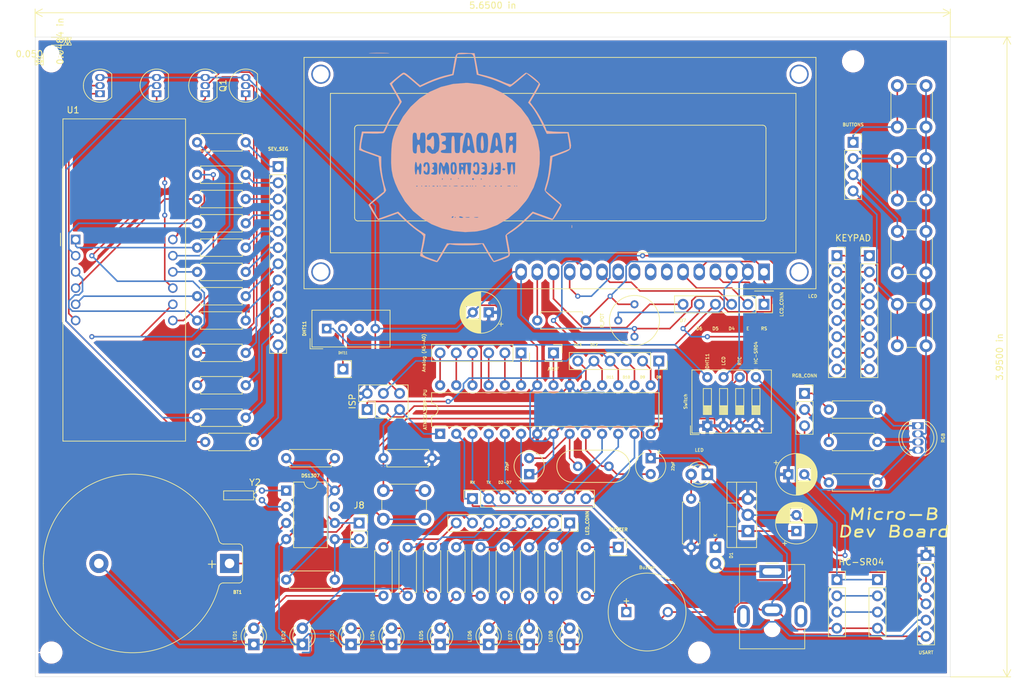
<source format=kicad_pcb>
(kicad_pcb (version 20171130) (host pcbnew "(5.1.2)-1")
  (layers (0 F.Cu signal) (31 B.Cu signal) (34 B.Paste user) (35 F.Paste user) (36 B.SilkS user) (37 F.SilkS user) (38 B.Mask user) (39 F.Mask user) (44 Edge.Cuts user))
  (net 0 "")
  (net 1 XTAL1)
  (net 2 GND)
  (net 3 XTAL2)
  (net 4 "Net-(C3-Pad1)")
  (net 5 5V)
  (net 6 "Net-(D1-Pad2)")
  (net 7 "Net-(D2-Pad2)")
  (net 8 "Net-(D3-Pad4)")
  (net 9 "Net-(D3-Pad3)")
  (net 10 "Net-(D3-Pad1)")
  (net 11 "Net-(D5-Pad2)")
  (net 12 "Net-(D6-Pad2)")
  (net 13 "Net-(D7-Pad2)")
  (net 14 "Net-(D8-Pad2)")
  (net 15 "Net-(D9-Pad2)")
  (net 16 "Net-(D10-Pad2)")
  (net 17 "Net-(J2-Pad3)")
  (net 18 "Net-(J2-Pad2)")
  (net 19 "Net-(J2-Pad1)")
  (net 20 "Net-(J3-Pad6)")
  (net 21 "Net-(J3-Pad5)")
  (net 22 "Net-(J3-Pad4)")
  (net 23 "Net-(J3-Pad3)")
  (net 24 "Net-(J3-Pad2)")
  (net 25 "Net-(J3-Pad1)")
  (net 26 "Net-(J4-Pad1)")
  (net 27 "Net-(J5-Pad6)")
  (net 28 "Net-(J5-Pad5)")
  (net 29 "Net-(J5-Pad4)")
  (net 30 "Net-(J5-Pad3)")
  (net 31 "Net-(J5-Pad2)")
  (net 32 "Net-(J5-Pad1)")
  (net 33 "Net-(J6-Pad12)")
  (net 34 "Net-(J6-Pad11)")
  (net 35 "Net-(J6-Pad10)")
  (net 36 "Net-(J6-Pad9)")
  (net 37 "Net-(J6-Pad8)")
  (net 38 "Net-(J6-Pad7)")
  (net 39 "Net-(J6-Pad6)")
  (net 40 "Net-(J6-Pad5)")
  (net 41 "Net-(J6-Pad4)")
  (net 42 "Net-(J6-Pad3)")
  (net 43 "Net-(J6-Pad2)")
  (net 44 "Net-(J6-Pad1)")
  (net 45 "Net-(Q1-Pad1)")
  (net 46 "Net-(Q1-Pad2)")
  (net 47 "Net-(Q2-Pad1)")
  (net 48 "Net-(Q2-Pad2)")
  (net 49 "Net-(Q3-Pad1)")
  (net 50 "Net-(Q3-Pad2)")
  (net 51 "Net-(Q4-Pad1)")
  (net 52 "Net-(Q4-Pad2)")
  (net 53 RESET)
  (net 54 "Net-(R3-Pad2)")
  (net 55 "Net-(R7-Pad2)")
  (net 56 LCD)
  (net 57 "Net-(R14-Pad2)")
  (net 58 "Net-(R15-Pad2)")
  (net 59 "Net-(R16-Pad2)")
  (net 60 "Net-(R17-Pad2)")
  (net 61 "Net-(R18-Pad2)")
  (net 62 "Net-(R19-Pad2)")
  (net 63 "Net-(R20-Pad2)")
  (net 64 "Net-(RV1-Pad2)")
  (net 65 DHT11)
  (net 66 "Net-(U4-Pad10)")
  (net 67 "Net-(U4-Pad9)")
  (net 68 "Net-(U4-Pad8)")
  (net 69 "Net-(U4-Pad7)")
  (net 70 "Net-(U5-Pad3)")
  (net 71 "Net-(BZ1-Pad1)")
  (net 72 "Net-(BT1-Pad1)")
  (net 73 "Net-(J7-Pad1)")
  (net 74 "Net-(J8-Pad2)")
  (net 75 "Net-(J8-Pad1)")
  (net 76 RTC)
  (net 77 "Net-(U6-Pad7)")
  (net 78 "Net-(U6-Pad2)")
  (net 79 "Net-(U6-Pad1)")
  (net 80 "Net-(D4-Pad2)")
  (net 81 "Net-(D11-Pad2)")
  (net 82 "Net-(J5-Pad8)")
  (net 83 "Net-(J5-Pad7)")
  (net 84 "Net-(J9-Pad4)")
  (net 85 "Net-(J9-Pad3)")
  (net 86 "Net-(J9-Pad2)")
  (net 87 "Net-(J9-Pad1)")
  (net 88 "Net-(J10-Pad3)")
  (net 89 "Net-(J10-Pad2)")
  (net 90 HC-SR04)
  (net 91 D13)
  (net 92 D12)
  (net 93 D11)
  (net 94 D10)
  (net 95 D9)
  (net 96 D8)
  (net 97 A5)
  (net 98 A4)
  (net 99 A3)
  (net 100 A2)
  (net 101 A1)
  (net 102 A0)
  (net 103 D7)
  (net 104 D6)
  (net 105 D5)
  (net 106 D4)
  (net 107 D3)
  (net 108 D2)
  (net 109 TX)
  (net 110 RX)
  (net 111 "Net-(J15-Pad1)")
  (net 112 "Net-(J17-Pad2)")
  (net 113 "Net-(J18-Pad8)")
  (net 114 "Net-(J18-Pad7)")
  (net 115 "Net-(J18-Pad6)")
  (net 116 "Net-(J18-Pad5)")
  (net 117 "Net-(J18-Pad4)")
  (net 118 "Net-(J18-Pad3)")
  (net 119 "Net-(J18-Pad2)")
  (net 120 "Net-(J18-Pad1)")
  (module Battery:Raoatech_logo (layer B.Cu) (at 175.26 41.91 180)
    (fp_text reference G*** hide)
    (fp_text value LOGO hide)
  )
  (module MountingHole:MountingHole_2.5mm (layer F.Cu) (at 110.49 119.38)
    (fp_text reference REF** hide)
    (fp_text value MountingHole_2.5mm)
    (pad 1 np_thru_hole circle (at 0 0) (size 2.5 2.5) (drill 2.5) (layers *.Cu *.Mask))
  )
  (module MountingHole:MountingHole_2.5mm (layer F.Cu) (at 212.09 119.38)
    (fp_text reference REF** hide)
    (fp_text value MountingHole_2.5mm)
    (pad 1 np_thru_hole circle (at 0 0) (size 2.5 2.5) (drill 2.5) (layers *.Cu *.Mask))
  )
  (module MountingHole:MountingHole_2.5mm (layer F.Cu) (at 110.49 25.4)
    (fp_text reference REF** hide)
    (fp_text value MountingHole_2.5mm)
    (pad "" np_thru_hole circle (at 0 0) (size 2.5 2.5) (drill 2.5) (layers *.Cu *.Mask))
  )
  (module MountingHole:MountingHole_2.5mm (layer F.Cu) (at 236.22 26.67)
    (fp_text reference REF** hide)
    (fp_text value MountingHole_2.5mm)
    (pad 1 np_thru_hole circle (at 0 0) (size 2.5 2.5) (drill 2.5) (layers *.Cu *.Mask))
  )
  (module Connector_PinHeader_2.54mm:PinHeader_1x08_P2.54mm_Vertical (layer F.Cu) (at 238.76 57.15)
    (fp_text reference J19 hide)
    (fp_text value KEYPAD)
    (pad 8 thru_hole oval (at 0 17.78) (size 1.7 1.7) (drill 1) (layers *.Cu *.Mask) (net 113 "Net-(J18-Pad8)"))
    (pad 7 thru_hole oval (at 0 15.24) (size 1.7 1.7) (drill 1) (layers *.Cu *.Mask) (net 114 "Net-(J18-Pad7)"))
    (pad 6 thru_hole oval (at 0 12.7) (size 1.7 1.7) (drill 1) (layers *.Cu *.Mask) (net 115 "Net-(J18-Pad6)"))
    (pad 5 thru_hole oval (at 0 10.16) (size 1.7 1.7) (drill 1) (layers *.Cu *.Mask) (net 116 "Net-(J18-Pad5)"))
    (pad 4 thru_hole oval (at 0 7.62) (size 1.7 1.7) (drill 1) (layers *.Cu *.Mask) (net 117 "Net-(J18-Pad4)"))
    (pad 3 thru_hole oval (at 0 5.08) (size 1.7 1.7) (drill 1) (layers *.Cu *.Mask) (net 118 "Net-(J18-Pad3)"))
    (pad 2 thru_hole oval (at 0 2.54) (size 1.7 1.7) (drill 1) (layers *.Cu *.Mask) (net 119 "Net-(J18-Pad2)"))
    (pad 1 thru_hole rect (at 0 0) (size 1.7 1.7) (drill 1) (layers *.Cu *.Mask) (net 120 "Net-(J18-Pad1)"))
  )
  (module Connector_PinSocket_2.54mm:PinSocket_1x08_P2.54mm_Vertical (layer F.Cu) (at 233.68 57.15)
    (fp_text reference KEYPAD (at 2.54 -2.77) (layer F.SilkS))
    (fp_text value KEYPAD)
    (pad 8 thru_hole oval (at 0 17.78) (size 1.7 1.7) (drill 1) (layers *.Cu *.Mask) (net 113 "Net-(J18-Pad8)"))
    (pad 7 thru_hole oval (at 0 15.24) (size 1.7 1.7) (drill 1) (layers *.Cu *.Mask) (net 114 "Net-(J18-Pad7)"))
    (pad 6 thru_hole oval (at 0 12.7) (size 1.7 1.7) (drill 1) (layers *.Cu *.Mask) (net 115 "Net-(J18-Pad6)"))
    (pad 5 thru_hole oval (at 0 10.16) (size 1.7 1.7) (drill 1) (layers *.Cu *.Mask) (net 116 "Net-(J18-Pad5)"))
    (pad 4 thru_hole oval (at 0 7.62) (size 1.7 1.7) (drill 1) (layers *.Cu *.Mask) (net 117 "Net-(J18-Pad4)"))
    (pad 3 thru_hole oval (at 0 5.08) (size 1.7 1.7) (drill 1) (layers *.Cu *.Mask) (net 118 "Net-(J18-Pad3)"))
    (pad 2 thru_hole oval (at 0 2.54) (size 1.7 1.7) (drill 1) (layers *.Cu *.Mask) (net 119 "Net-(J18-Pad2)"))
    (pad 1 thru_hole rect (at 0 0) (size 1.7 1.7) (drill 1) (layers *.Cu *.Mask) (net 120 "Net-(J18-Pad1)"))
  )
  (module Connector_PinSocket_2.54mm:PinSocket_1x06_P2.54mm_Vertical (layer F.Cu) (at 247.65 104.14)
    (fp_text reference USART (at 0 15.24) (layer F.SilkS) (effects (font (size 0.5 0.5) (thickness 0.1))))
    (fp_text value USART)
    (pad 6 thru_hole oval (at 0 12.7) (size 1.7 1.7) (drill 1) (layers *.Cu *.Mask) (net 2 GND))
    (pad 5 thru_hole oval (at 0 10.16) (size 1.7 1.7) (drill 1) (layers *.Cu *.Mask) (net 109 TX))
    (pad 4 thru_hole oval (at 0 7.62) (size 1.7 1.7) (drill 1) (layers *.Cu *.Mask) (net 110 RX))
    (pad 3 thru_hole oval (at 0 5.08) (size 1.7 1.7) (drill 1) (layers *.Cu *.Mask) (net 112 "Net-(J17-Pad2)"))
    (pad 2 thru_hole oval (at 0 2.54) (size 1.7 1.7) (drill 1) (layers *.Cu *.Mask) (net 112 "Net-(J17-Pad2)"))
    (pad 1 thru_hole rect (at 0 0) (size 1.7 1.7) (drill 1) (layers *.Cu *.Mask) (net 5 5V))
  )
  (module Connector_PinHeader_2.54mm:PinHeader_2x03_P2.54mm_Vertical (layer F.Cu) (at 160.02 81.28 90)
    (fp_text reference ISP (at 1.27 -2.33 90) (layer F.SilkS))
    (fp_text value AVR-ISP-6)
    (pad 6 thru_hole oval (at 2.54 5.08 90) (size 1.7 1.7) (drill 1) (layers *.Cu *.Mask) (net 2 GND))
    (pad 5 thru_hole oval (at 0 5.08 90) (size 1.7 1.7) (drill 1) (layers *.Cu *.Mask) (net 53 RESET))
    (pad 4 thru_hole oval (at 2.54 2.54 90) (size 1.7 1.7) (drill 1) (layers *.Cu *.Mask) (net 93 D11))
    (pad 3 thru_hole oval (at 0 2.54 90) (size 1.7 1.7) (drill 1) (layers *.Cu *.Mask) (net 91 D13))
    (pad 2 thru_hole oval (at 2.54 0 90) (size 1.7 1.7) (drill 1) (layers *.Cu *.Mask) (net 5 5V))
    (pad 1 thru_hole rect (at 0 0 90) (size 1.7 1.7) (drill 1) (layers *.Cu *.Mask) (net 92 D12))
  )
  (module Connector_PinSocket_2.54mm:PinSocket_1x01_P2.54mm_Vertical (layer F.Cu) (at 189.23 72.39)
    (fp_text reference AREF (at 0 2.54) (layer F.SilkS) (effects (font (size 0.5 0.5) (thickness 0.1))))
    (fp_text value AREF)
    (pad 1 thru_hole rect (at 0 0) (size 1.7 1.7) (drill 1) (layers *.Cu *.Mask) (net 111 "Net-(J15-Pad1)"))
  )
  (module Button_Switch_THT:SW_PUSH_6mm_H4.3mm (layer F.Cu) (at 247.65 64.77 270)
    (fp_text reference SW6 hide)
    (fp_text value SW_Push)
    (pad 2 thru_hole circle (at 0 4.5) (size 2 2) (drill 1.1) (layers *.Cu *.Mask) (net 84 "Net-(J9-Pad4)"))
    (pad 1 thru_hole circle (at 0 0) (size 2 2) (drill 1.1) (layers *.Cu *.Mask) (net 2 GND))
    (pad 2 thru_hole circle (at 6.5 4.5) (size 2 2) (drill 1.1) (layers *.Cu *.Mask) (net 84 "Net-(J9-Pad4)"))
    (pad 1 thru_hole circle (at 6.5 0) (size 2 2) (drill 1.1) (layers *.Cu *.Mask) (net 2 GND))
  )
  (module Button_Switch_THT:SW_PUSH_6mm_H4.3mm (layer F.Cu) (at 247.65 53.34 270)
    (fp_text reference SW5 hide)
    (fp_text value SW_Push)
    (pad 2 thru_hole circle (at 0 4.5) (size 2 2) (drill 1.1) (layers *.Cu *.Mask) (net 85 "Net-(J9-Pad3)"))
    (pad 1 thru_hole circle (at 0 0) (size 2 2) (drill 1.1) (layers *.Cu *.Mask) (net 2 GND))
    (pad 2 thru_hole circle (at 6.5 4.5) (size 2 2) (drill 1.1) (layers *.Cu *.Mask) (net 85 "Net-(J9-Pad3)"))
    (pad 1 thru_hole circle (at 6.5 0) (size 2 2) (drill 1.1) (layers *.Cu *.Mask) (net 2 GND))
  )
  (module Button_Switch_THT:SW_PUSH_6mm_H4.3mm (layer F.Cu) (at 247.65 41.91 270)
    (fp_text reference SW4 hide)
    (fp_text value SW_Push)
    (pad 2 thru_hole circle (at 0 4.5) (size 2 2) (drill 1.1) (layers *.Cu *.Mask) (net 86 "Net-(J9-Pad2)"))
    (pad 1 thru_hole circle (at 0 0) (size 2 2) (drill 1.1) (layers *.Cu *.Mask) (net 2 GND))
    (pad 2 thru_hole circle (at 6.5 4.5) (size 2 2) (drill 1.1) (layers *.Cu *.Mask) (net 86 "Net-(J9-Pad2)"))
    (pad 1 thru_hole circle (at 6.5 0) (size 2 2) (drill 1.1) (layers *.Cu *.Mask) (net 2 GND))
  )
  (module Button_Switch_THT:SW_PUSH_6mm_H4.3mm (layer F.Cu) (at 247.65 30.48 270)
    (fp_text reference SW3 hide)
    (fp_text value SW_Push)
    (pad 2 thru_hole circle (at 0 4.5) (size 2 2) (drill 1.1) (layers *.Cu *.Mask) (net 87 "Net-(J9-Pad1)"))
    (pad 1 thru_hole circle (at 0 0) (size 2 2) (drill 1.1) (layers *.Cu *.Mask) (net 2 GND))
    (pad 2 thru_hole circle (at 6.5 4.5) (size 2 2) (drill 1.1) (layers *.Cu *.Mask) (net 87 "Net-(J9-Pad1)"))
    (pad 1 thru_hole circle (at 6.5 0) (size 2 2) (drill 1.1) (layers *.Cu *.Mask) (net 2 GND))
  )
  (module Resistor_THT:R_Axial_DIN0207_L6.3mm_D2.5mm_P7.62mm_Horizontal (layer F.Cu) (at 162.56 110.49 90)
    (fp_text reference R29 hide)
    (fp_text value R_Small)
    (pad 1 thru_hole circle (at 0 0 90) (size 1.6 1.6) (drill 0.8) (layers *.Cu *.Mask) (net 81 "Net-(D11-Pad2)"))
    (pad 2 thru_hole oval (at 7.62 0 90) (size 1.6 1.6) (drill 0.8) (layers *.Cu *.Mask) (net 82 "Net-(J5-Pad8)"))
  )
  (module Resistor_THT:R_Axial_DIN0207_L6.3mm_D2.5mm_P7.62mm_Horizontal (layer F.Cu) (at 166.37 110.49 90)
    (fp_text reference R28 hide)
    (fp_text value R_Small)
    (pad 1 thru_hole circle (at 0 0 90) (size 1.6 1.6) (drill 0.8) (layers *.Cu *.Mask) (net 80 "Net-(D4-Pad2)"))
    (pad 2 thru_hole oval (at 7.62 0 90) (size 1.6 1.6) (drill 0.8) (layers *.Cu *.Mask) (net 83 "Net-(J5-Pad7)"))
  )
  (module Connector_PinSocket_2.54mm:PinSocket_1x08_P2.54mm_Vertical (layer F.Cu) (at 176.53 95.25 90)
    (fp_text reference J14 hide)
    (fp_text value D0-D7)
    (pad 1 thru_hole rect (at 0 0 90) (size 1.7 1.7) (drill 1) (layers *.Cu *.Mask) (net 110 RX))
    (pad 2 thru_hole oval (at 0 2.54 90) (size 1.7 1.7) (drill 1) (layers *.Cu *.Mask) (net 109 TX))
    (pad 3 thru_hole oval (at 0 5.08 90) (size 1.7 1.7) (drill 1) (layers *.Cu *.Mask) (net 108 D2))
    (pad 4 thru_hole oval (at 0 7.62 90) (size 1.7 1.7) (drill 1) (layers *.Cu *.Mask) (net 107 D3))
    (pad 5 thru_hole oval (at 0 10.16 90) (size 1.7 1.7) (drill 1) (layers *.Cu *.Mask) (net 106 D4))
    (pad 6 thru_hole oval (at 0 12.7 90) (size 1.7 1.7) (drill 1) (layers *.Cu *.Mask) (net 105 D5))
    (pad 7 thru_hole oval (at 0 15.24 90) (size 1.7 1.7) (drill 1) (layers *.Cu *.Mask) (net 104 D6))
    (pad 8 thru_hole oval (at 0 17.78 90) (size 1.7 1.7) (drill 1) (layers *.Cu *.Mask) (net 103 D7))
  )
  (module Connector_PinSocket_2.54mm:PinSocket_1x06_P2.54mm_Vertical (layer F.Cu) (at 184.15 72.39 270)
    (fp_text reference "Analog (A5-A0)" (at 0 15.24 90) (layer F.SilkS) (effects (font (size 0.5 0.5) (thickness 0.1))))
    (fp_text value ANALOG)
    (pad 1 thru_hole rect (at 0 0 270) (size 1.7 1.7) (drill 1) (layers *.Cu *.Mask) (net 102 A0))
    (pad 2 thru_hole oval (at 0 2.54 270) (size 1.7 1.7) (drill 1) (layers *.Cu *.Mask) (net 101 A1))
    (pad 3 thru_hole oval (at 0 5.08 270) (size 1.7 1.7) (drill 1) (layers *.Cu *.Mask) (net 100 A2))
    (pad 4 thru_hole oval (at 0 7.62 270) (size 1.7 1.7) (drill 1) (layers *.Cu *.Mask) (net 99 A3))
    (pad 5 thru_hole oval (at 0 10.16 270) (size 1.7 1.7) (drill 1) (layers *.Cu *.Mask) (net 98 A4))
    (pad 6 thru_hole oval (at 0 12.7 270) (size 1.7 1.7) (drill 1) (layers *.Cu *.Mask) (net 97 A5))
  )
  (module Connector_PinSocket_2.54mm:PinSocket_1x06_P2.54mm_Vertical (layer F.Cu) (at 205.74 73.66 270)
    (fp_text reference J12 hide)
    (fp_text value D7-D13)
    (pad 6 thru_hole oval (at 0 12.7 270) (size 1.7 1.7) (drill 1) (layers *.Cu *.Mask) (net 91 D13))
    (pad 5 thru_hole oval (at 0 10.16 270) (size 1.7 1.7) (drill 1) (layers *.Cu *.Mask) (net 92 D12))
    (pad 4 thru_hole oval (at 0 7.62 270) (size 1.7 1.7) (drill 1) (layers *.Cu *.Mask) (net 93 D11))
    (pad 3 thru_hole oval (at 0 5.08 270) (size 1.7 1.7) (drill 1) (layers *.Cu *.Mask) (net 94 D10))
    (pad 2 thru_hole oval (at 0 2.54 270) (size 1.7 1.7) (drill 1) (layers *.Cu *.Mask) (net 95 D9))
    (pad 1 thru_hole rect (at 0 0 270) (size 1.7 1.7) (drill 1) (layers *.Cu *.Mask) (net 96 D8))
  )
  (module Connector_PinSocket_2.54mm:PinSocket_1x04_P2.54mm_Vertical (layer F.Cu) (at 240.03 107.95)
    (fp_text reference J11 hide)
    (fp_text value HC-SR04)
    (pad 1 thru_hole rect (at 0 0) (size 1.7 1.7) (drill 1) (layers *.Cu *.Mask) (net 90 HC-SR04))
    (pad 2 thru_hole oval (at 0 2.54) (size 1.7 1.7) (drill 1) (layers *.Cu *.Mask) (net 89 "Net-(J10-Pad2)"))
    (pad 3 thru_hole oval (at 0 5.08) (size 1.7 1.7) (drill 1) (layers *.Cu *.Mask) (net 88 "Net-(J10-Pad3)"))
    (pad 4 thru_hole oval (at 0 7.62) (size 1.7 1.7) (drill 1) (layers *.Cu *.Mask) (net 2 GND))
  )
  (module Connector_PinSocket_2.54mm:PinSocket_1x04_P2.54mm_Vertical (layer F.Cu) (at 233.68 107.95)
    (fp_text reference HC-SR04 (at 3.81 -2.77) (layer F.SilkS))
    (fp_text value HC-SR04)
    (pad 1 thru_hole rect (at 0 0) (size 1.7 1.7) (drill 1) (layers *.Cu *.Mask) (net 90 HC-SR04))
    (pad 2 thru_hole oval (at 0 2.54) (size 1.7 1.7) (drill 1) (layers *.Cu *.Mask) (net 89 "Net-(J10-Pad2)"))
    (pad 3 thru_hole oval (at 0 5.08) (size 1.7 1.7) (drill 1) (layers *.Cu *.Mask) (net 88 "Net-(J10-Pad3)"))
    (pad 4 thru_hole oval (at 0 7.62) (size 1.7 1.7) (drill 1) (layers *.Cu *.Mask) (net 2 GND))
  )
  (module Connector_PinSocket_2.54mm:PinSocket_1x04_P2.54mm_Vertical (layer F.Cu) (at 236.22 39.37)
    (fp_text reference BUTTONS (at 0 -2.77) (layer F.SilkS) (effects (font (size 0.5 0.5) (thickness 0.1))))
    (fp_text value BUTTONS)
    (pad 1 thru_hole rect (at 0 0) (size 1.7 1.7) (drill 1) (layers *.Cu *.Mask) (net 87 "Net-(J9-Pad1)"))
    (pad 2 thru_hole oval (at 0 2.54) (size 1.7 1.7) (drill 1) (layers *.Cu *.Mask) (net 86 "Net-(J9-Pad2)"))
    (pad 3 thru_hole oval (at 0 5.08) (size 1.7 1.7) (drill 1) (layers *.Cu *.Mask) (net 85 "Net-(J9-Pad3)"))
    (pad 4 thru_hole oval (at 0 7.62) (size 1.7 1.7) (drill 1) (layers *.Cu *.Mask) (net 84 "Net-(J9-Pad4)"))
  )
  (module Connector_PinSocket_2.54mm:PinSocket_1x08_P2.54mm_Vertical (layer F.Cu) (at 191.77 99.06 270)
    (fp_text reference LED_CONN (at 0 -2.77 90) (layer F.SilkS) (effects (font (size 0.5 0.5) (thickness 0.125))))
    (fp_text value LED)
    (pad 1 thru_hole rect (at 0 0 270) (size 1.7 1.7) (drill 1) (layers *.Cu *.Mask) (net 32 "Net-(J5-Pad1)"))
    (pad 2 thru_hole oval (at 0 2.54 270) (size 1.7 1.7) (drill 1) (layers *.Cu *.Mask) (net 31 "Net-(J5-Pad2)"))
    (pad 3 thru_hole oval (at 0 5.08 270) (size 1.7 1.7) (drill 1) (layers *.Cu *.Mask) (net 30 "Net-(J5-Pad3)"))
    (pad 4 thru_hole oval (at 0 7.62 270) (size 1.7 1.7) (drill 1) (layers *.Cu *.Mask) (net 29 "Net-(J5-Pad4)"))
    (pad 5 thru_hole oval (at 0 10.16 270) (size 1.7 1.7) (drill 1) (layers *.Cu *.Mask) (net 28 "Net-(J5-Pad5)"))
    (pad 6 thru_hole oval (at 0 12.7 270) (size 1.7 1.7) (drill 1) (layers *.Cu *.Mask) (net 27 "Net-(J5-Pad6)"))
    (pad 7 thru_hole oval (at 0 15.24 270) (size 1.7 1.7) (drill 1) (layers *.Cu *.Mask) (net 83 "Net-(J5-Pad7)"))
    (pad 8 thru_hole oval (at 0 17.78 270) (size 1.7 1.7) (drill 1) (layers *.Cu *.Mask) (net 82 "Net-(J5-Pad8)"))
  )
  (module LED_THT:LED_D3.0mm_Clear (layer F.Cu) (at 142.24 118.11 90)
    (fp_text reference LED1 (at 1.27 -2.96 90) (layer F.SilkS) (effects (font (size 0.5 0.5) (thickness 0.1))))
    (fp_text value LED_ALT)
    (pad 1 thru_hole rect (at 0 0 90) (size 1.8 1.8) (drill 0.9) (layers *.Cu *.Mask) (net 2 GND))
    (pad 2 thru_hole circle (at 2.54 0 90) (size 1.8 1.8) (drill 0.9) (layers *.Cu *.Mask) (net 81 "Net-(D11-Pad2)"))
  )
  (module LED_THT:LED_D3.0mm_Clear (layer F.Cu) (at 149.86 118.11 90)
    (fp_text reference LED2 (at 1.27 -2.96 90) (layer F.SilkS) (effects (font (size 0.5 0.5) (thickness 0.1))))
    (fp_text value LED_ALT)
    (pad 1 thru_hole rect (at 0 0 90) (size 1.8 1.8) (drill 0.9) (layers *.Cu *.Mask) (net 2 GND))
    (pad 2 thru_hole circle (at 2.54 0 90) (size 1.8 1.8) (drill 0.9) (layers *.Cu *.Mask) (net 80 "Net-(D4-Pad2)"))
  )
  (module Crystal:Crystal_DS10_D1.0mm_L4.3mm_Horizontal (layer F.Cu) (at 143.51 93.98 270)
    (fp_text reference Y2 (at -1.27 1.075) (layer F.SilkS))
    (fp_text value Crystal)
    (pad 1 thru_hole circle (at 0 0 270) (size 1 1) (drill 0.5) (layers *.Cu *.Mask) (net 79 "Net-(U6-Pad1)"))
    (pad 2 thru_hole circle (at 1.5 0 270) (size 1 1) (drill 0.5) (layers *.Cu *.Mask) (net 78 "Net-(U6-Pad2)"))
  )
  (module Package_DIP:DIP-8_W7.62mm (layer F.Cu) (at 147.32 93.98)
    (fp_text reference DS1307 (at 3.81 -2.33) (layer F.SilkS) (effects (font (size 0.5 0.5) (thickness 0.125))))
    (fp_text value DS1307+)
    (pad 1 thru_hole rect (at 0 0) (size 1.6 1.6) (drill 0.8) (layers *.Cu *.Mask) (net 79 "Net-(U6-Pad1)"))
    (pad 5 thru_hole oval (at 7.62 7.62) (size 1.6 1.6) (drill 0.8) (layers *.Cu *.Mask) (net 74 "Net-(J8-Pad2)"))
    (pad 2 thru_hole oval (at 0 2.54) (size 1.6 1.6) (drill 0.8) (layers *.Cu *.Mask) (net 78 "Net-(U6-Pad2)"))
    (pad 6 thru_hole oval (at 7.62 5.08) (size 1.6 1.6) (drill 0.8) (layers *.Cu *.Mask) (net 75 "Net-(J8-Pad1)"))
    (pad 3 thru_hole oval (at 0 5.08) (size 1.6 1.6) (drill 0.8) (layers *.Cu *.Mask) (net 72 "Net-(BT1-Pad1)"))
    (pad 7 thru_hole oval (at 7.62 2.54) (size 1.6 1.6) (drill 0.8) (layers *.Cu *.Mask) (net 77 "Net-(U6-Pad7)"))
    (pad 4 thru_hole oval (at 0 7.62) (size 1.6 1.6) (drill 0.8) (layers *.Cu *.Mask) (net 2 GND))
    (pad 8 thru_hole oval (at 7.62 0) (size 1.6 1.6) (drill 0.8) (layers *.Cu *.Mask) (net 76 RTC))
  )
  (module Resistor_THT:R_Axial_DIN0207_L6.3mm_D2.5mm_P7.62mm_Horizontal (layer F.Cu) (at 194.31 110.49 90)
    (fp_text reference R27 hide)
    (fp_text value R_Small)
    (pad 1 thru_hole circle (at 0 0 90) (size 1.6 1.6) (drill 0.8) (layers *.Cu *.Mask) (net 71 "Net-(BZ1-Pad1)"))
    (pad 2 thru_hole oval (at 7.62 0 90) (size 1.6 1.6) (drill 0.8) (layers *.Cu *.Mask) (net 73 "Net-(J7-Pad1)"))
  )
  (module Resistor_THT:R_Axial_DIN0207_L6.3mm_D2.5mm_P7.62mm_Horizontal (layer F.Cu) (at 147.32 107.95)
    (fp_text reference R26 hide)
    (fp_text value R_Small)
    (pad 1 thru_hole circle (at 0 0) (size 1.6 1.6) (drill 0.8) (layers *.Cu *.Mask) (net 76 RTC))
    (pad 2 thru_hole oval (at 7.62 0) (size 1.6 1.6) (drill 0.8) (layers *.Cu *.Mask) (net 74 "Net-(J8-Pad2)"))
  )
  (module Resistor_THT:R_Axial_DIN0207_L6.3mm_D2.5mm_P7.62mm_Horizontal (layer F.Cu) (at 147.32 88.9)
    (fp_text reference R25 hide)
    (fp_text value R_Small)
    (pad 1 thru_hole circle (at 0 0) (size 1.6 1.6) (drill 0.8) (layers *.Cu *.Mask) (net 76 RTC))
    (pad 2 thru_hole oval (at 7.62 0) (size 1.6 1.6) (drill 0.8) (layers *.Cu *.Mask) (net 75 "Net-(J8-Pad1)"))
  )
  (module Connector_PinSocket_2.54mm:PinSocket_1x02_P2.54mm_Vertical (layer F.Cu) (at 158.75 99.06)
    (fp_text reference J8 (at 0 -2.77) (layer F.SilkS))
    (fp_text value Conn_01x02)
    (pad 1 thru_hole rect (at 0 0) (size 1.7 1.7) (drill 1) (layers *.Cu *.Mask) (net 75 "Net-(J8-Pad1)"))
    (pad 2 thru_hole oval (at 0 2.54) (size 1.7 1.7) (drill 1) (layers *.Cu *.Mask) (net 74 "Net-(J8-Pad2)"))
  )
  (module Battery:BatteryHolder_Keystone_107_1x23mm (layer F.Cu) (at 138.43 105.41 180)
    (fp_text reference BT1 (at -1.25 -4.5) (layer F.SilkS) (effects (font (size 0.5 0.5) (thickness 0.125))))
    (fp_text value Battery)
    (fp_text user + (at 2.75 0) (layer F.SilkS) (effects (font (size 1.5 1.5))))
    (pad 2 thru_hole circle (at 20.49 0 180) (size 3 3) (drill 1.5) (layers *.Cu *.Mask) (net 2 GND))
    (pad 1 thru_hole rect (at 0 0 180) (size 3 3) (drill 1.5) (layers *.Cu *.Mask) (net 72 "Net-(BT1-Pad1)"))
  )
  (module Connector_PinSocket_2.54mm:PinSocket_1x01_P2.54mm_Vertical (layer F.Cu) (at 199.39 102.87)
    (fp_text reference BUZZER (at 0 -2.77) (layer F.SilkS) (effects (font (size 0.5 0.5) (thickness 0.125))))
    (fp_text value BUZ_CONN)
    (pad 1 thru_hole rect (at 0 0) (size 1.7 1.7) (drill 1) (layers *.Cu *.Mask) (net 73 "Net-(J7-Pad1)"))
  )
  (module Buzzer_Beeper:MagneticBuzzer_ProSignal_ABT-410-RC (layer F.Cu) (at 200.66 113.03)
    (fp_text reference Buzzer (at 3.25 -7) (layer F.SilkS) (effects (font (size 0.5 0.5) (thickness 0.1))))
    (fp_text value Buzzer)
    (fp_text user + (at 0 -1.8) (layer F.SilkS))
    (pad 1 thru_hole rect (at 0 0) (size 1.6 1.6) (drill 1) (layers *.Cu *.Mask) (net 71 "Net-(BZ1-Pad1)"))
    (pad 2 thru_hole circle (at 6.5 0) (size 1.6 1.6) (drill 1) (layers *.Cu *.Mask) (net 2 GND))
  )
  (module Connector_BarrelJack:BarrelJack_CUI_PJ-063AH_Horizontal (layer F.Cu) (at 223.52 106.68)
    (fp_text reference J1 hide)
    (fp_text value Barrel_Jack)
    (pad 1 thru_hole rect (at 0 0) (size 4 2) (drill oval 3 1) (layers *.Cu *.Mask) (net 6 "Net-(D1-Pad2)"))
    (pad 2 thru_hole oval (at 0 6) (size 3.3 2) (drill oval 2.3 1) (layers *.Cu *.Mask) (net 2 GND))
    (pad MP thru_hole oval (at -4.5 7) (size 2 3.5) (drill oval 1 2.5) (layers *.Cu *.Mask))
    (pad MP thru_hole oval (at 4.5 7) (size 2 3.5) (drill oval 1 2.5) (layers *.Cu *.Mask))
    (pad "" np_thru_hole circle (at 0 9) (size 1.6 1.6) (drill 1.6) (layers *.Cu *.Mask))
  )
  (module Crystal:Crystal_HC49-4H_Vertical (layer F.Cu) (at 193.04 90.17)
    (fp_text reference Y1 hide)
    (fp_text value Crystal)
    (pad 1 thru_hole circle (at 0 0) (size 1.5 1.5) (drill 0.8) (layers *.Cu *.Mask) (net 1 XTAL1))
    (pad 2 thru_hole circle (at 4.88 0) (size 1.5 1.5) (drill 0.8) (layers *.Cu *.Mask) (net 3 XTAL2))
  )
  (module Sensor:Aosong_DHT11_5.5x12.0_P2.54mm (layer F.Cu) (at 153.67 68.58 90)
    (fp_text reference DHT11 (at 0 -3.5 90) (layer F.SilkS) (effects (font (size 0.5 0.5) (thickness 0.125))))
    (fp_text value DHT11)
    (pad 1 thru_hole rect (at 0 0 90) (size 1.5 1.5) (drill 0.8) (layers *.Cu *.Mask) (net 65 DHT11))
    (pad 2 thru_hole circle (at 0 2.54 90) (size 1.5 1.5) (drill 0.8) (layers *.Cu *.Mask) (net 26 "Net-(J4-Pad1)"))
    (pad 3 thru_hole circle (at 0 5.08 90) (size 1.5 1.5) (drill 0.8) (layers *.Cu *.Mask) (net 70 "Net-(U5-Pad3)"))
    (pad 4 thru_hole circle (at 0 7.62 90) (size 1.5 1.5) (drill 0.8) (layers *.Cu *.Mask) (net 2 GND))
  )
  (module Display:WC1602A (layer F.Cu) (at 222.25 59.69 180)
    (fp_text reference LCD (at -7.62 -3.81) (layer F.SilkS) (effects (font (size 0.5 0.5) (thickness 0.1))))
    (fp_text value RC1602A)
    (pad 1 thru_hole rect (at 0 0 180) (size 1.8 2.6) (drill 1.2) (layers *.Cu *.Mask) (net 2 GND))
    (pad 2 thru_hole oval (at 2.54 0 180) (size 1.8 2.6) (drill 1.2) (layers *.Cu *.Mask) (net 56 LCD))
    (pad 3 thru_hole oval (at 5.08 0 180) (size 1.8 2.6) (drill 1.2) (layers *.Cu *.Mask) (net 64 "Net-(RV1-Pad2)"))
    (pad 4 thru_hole oval (at 7.62 0 180) (size 1.8 2.6) (drill 1.2) (layers *.Cu *.Mask) (net 25 "Net-(J3-Pad1)"))
    (pad 5 thru_hole oval (at 10.16 0 180) (size 1.8 2.6) (drill 1.2) (layers *.Cu *.Mask) (net 2 GND))
    (pad 6 thru_hole oval (at 12.7 0 180) (size 1.8 2.6) (drill 1.2) (layers *.Cu *.Mask) (net 24 "Net-(J3-Pad2)"))
    (pad 7 thru_hole oval (at 15.24 0 180) (size 1.8 2.6) (drill 1.2) (layers *.Cu *.Mask) (net 69 "Net-(U4-Pad7)"))
    (pad 8 thru_hole oval (at 17.78 0 180) (size 1.8 2.6) (drill 1.2) (layers *.Cu *.Mask) (net 68 "Net-(U4-Pad8)"))
    (pad 9 thru_hole oval (at 20.32 0 180) (size 1.8 2.6) (drill 1.2) (layers *.Cu *.Mask) (net 67 "Net-(U4-Pad9)"))
    (pad 10 thru_hole oval (at 22.86 0 180) (size 1.8 2.6) (drill 1.2) (layers *.Cu *.Mask) (net 66 "Net-(U4-Pad10)"))
    (pad 11 thru_hole oval (at 25.4 0 180) (size 1.8 2.6) (drill 1.2) (layers *.Cu *.Mask) (net 23 "Net-(J3-Pad3)"))
    (pad 12 thru_hole oval (at 27.94 0 180) (size 1.8 2.6) (drill 1.2) (layers *.Cu *.Mask) (net 22 "Net-(J3-Pad4)"))
    (pad 13 thru_hole oval (at 30.48 0 180) (size 1.8 2.6) (drill 1.2) (layers *.Cu *.Mask) (net 21 "Net-(J3-Pad5)"))
    (pad 14 thru_hole oval (at 33.02 0 180) (size 1.8 2.6) (drill 1.2) (layers *.Cu *.Mask) (net 20 "Net-(J3-Pad6)"))
    (pad 15 thru_hole oval (at 35.56 0 180) (size 1.8 2.6) (drill 1.2) (layers *.Cu *.Mask) (net 55 "Net-(R7-Pad2)"))
    (pad 16 thru_hole oval (at 38.1 0 180) (size 1.8 2.6) (drill 1.2) (layers *.Cu *.Mask) (net 2 GND))
    (pad "" thru_hole circle (at -5.4991 0 180) (size 3 3) (drill 2.5) (layers *.Cu *.Mask))
    (pad "" thru_hole circle (at -5.4991 31.0007 180) (size 3 3) (drill 2.5) (layers *.Cu *.Mask))
    (pad "" thru_hole circle (at 69.49948 31.0007 180) (size 3 3) (drill 2.5) (layers *.Cu *.Mask))
    (pad "" thru_hole circle (at 69.5 0 180) (size 3 3) (drill 2.5) (layers *.Cu *.Mask))
  )
  (module Package_DIP:DIP-28_W7.62mm (layer F.Cu) (at 171.45 85.09 90)
    (fp_text reference ATMEGA328P-PU (at 3.81 -2.33 90) (layer F.SilkS) (effects (font (size 0.5 0.5) (thickness 0.1))))
    (fp_text value ATmega328P-PU)
    (pad 28 thru_hole oval (at 7.62 0 90) (size 1.6 1.6) (drill 0.8) (layers *.Cu *.Mask) (net 97 A5))
    (pad 14 thru_hole oval (at 0 33.02 90) (size 1.6 1.6) (drill 0.8) (layers *.Cu *.Mask) (net 96 D8))
    (pad 27 thru_hole oval (at 7.62 2.54 90) (size 1.6 1.6) (drill 0.8) (layers *.Cu *.Mask) (net 98 A4))
    (pad 13 thru_hole oval (at 0 30.48 90) (size 1.6 1.6) (drill 0.8) (layers *.Cu *.Mask) (net 103 D7))
    (pad 26 thru_hole oval (at 7.62 5.08 90) (size 1.6 1.6) (drill 0.8) (layers *.Cu *.Mask) (net 99 A3))
    (pad 12 thru_hole oval (at 0 27.94 90) (size 1.6 1.6) (drill 0.8) (layers *.Cu *.Mask) (net 104 D6))
    (pad 25 thru_hole oval (at 7.62 7.62 90) (size 1.6 1.6) (drill 0.8) (layers *.Cu *.Mask) (net 100 A2))
    (pad 11 thru_hole oval (at 0 25.4 90) (size 1.6 1.6) (drill 0.8) (layers *.Cu *.Mask) (net 105 D5))
    (pad 24 thru_hole oval (at 7.62 10.16 90) (size 1.6 1.6) (drill 0.8) (layers *.Cu *.Mask) (net 101 A1))
    (pad 10 thru_hole oval (at 0 22.86 90) (size 1.6 1.6) (drill 0.8) (layers *.Cu *.Mask) (net 3 XTAL2))
    (pad 23 thru_hole oval (at 7.62 12.7 90) (size 1.6 1.6) (drill 0.8) (layers *.Cu *.Mask) (net 102 A0))
    (pad 9 thru_hole oval (at 0 20.32 90) (size 1.6 1.6) (drill 0.8) (layers *.Cu *.Mask) (net 1 XTAL1))
    (pad 22 thru_hole oval (at 7.62 15.24 90) (size 1.6 1.6) (drill 0.8) (layers *.Cu *.Mask) (net 2 GND))
    (pad 8 thru_hole oval (at 0 17.78 90) (size 1.6 1.6) (drill 0.8) (layers *.Cu *.Mask) (net 2 GND))
    (pad 21 thru_hole oval (at 7.62 17.78 90) (size 1.6 1.6) (drill 0.8) (layers *.Cu *.Mask) (net 111 "Net-(J15-Pad1)"))
    (pad 7 thru_hole oval (at 0 15.24 90) (size 1.6 1.6) (drill 0.8) (layers *.Cu *.Mask) (net 5 5V))
    (pad 20 thru_hole oval (at 7.62 20.32 90) (size 1.6 1.6) (drill 0.8) (layers *.Cu *.Mask) (net 5 5V))
    (pad 6 thru_hole oval (at 0 12.7 90) (size 1.6 1.6) (drill 0.8) (layers *.Cu *.Mask) (net 106 D4))
    (pad 19 thru_hole oval (at 7.62 22.86 90) (size 1.6 1.6) (drill 0.8) (layers *.Cu *.Mask) (net 91 D13))
    (pad 5 thru_hole oval (at 0 10.16 90) (size 1.6 1.6) (drill 0.8) (layers *.Cu *.Mask) (net 107 D3))
    (pad 18 thru_hole oval (at 7.62 25.4 90) (size 1.6 1.6) (drill 0.8) (layers *.Cu *.Mask) (net 92 D12))
    (pad 4 thru_hole oval (at 0 7.62 90) (size 1.6 1.6) (drill 0.8) (layers *.Cu *.Mask) (net 108 D2))
    (pad 17 thru_hole oval (at 7.62 27.94 90) (size 1.6 1.6) (drill 0.8) (layers *.Cu *.Mask) (net 93 D11))
    (pad 3 thru_hole oval (at 0 5.08 90) (size 1.6 1.6) (drill 0.8) (layers *.Cu *.Mask) (net 109 TX))
    (pad 16 thru_hole oval (at 7.62 30.48 90) (size 1.6 1.6) (drill 0.8) (layers *.Cu *.Mask) (net 94 D10))
    (pad 2 thru_hole oval (at 0 2.54 90) (size 1.6 1.6) (drill 0.8) (layers *.Cu *.Mask) (net 110 RX))
    (pad 15 thru_hole oval (at 7.62 33.02 90) (size 1.6 1.6) (drill 0.8) (layers *.Cu *.Mask) (net 95 D9))
    (pad 1 thru_hole rect (at 0 0 90) (size 1.6 1.6) (drill 0.8) (layers *.Cu *.Mask) (net 53 RESET))
  )
  (module Package_TO_SOT_THT:TO-220-3_Vertical (layer F.Cu) (at 219.71 100.33 90)
    (fp_text reference U2 hide)
    (fp_text value LM7805_TO220)
    (pad 1 thru_hole rect (at 0 0 90) (size 1.905 2) (drill 1.1) (layers *.Cu *.Mask) (net 4 "Net-(C3-Pad1)"))
    (pad 2 thru_hole oval (at 2.54 0 90) (size 1.905 2) (drill 1.1) (layers *.Cu *.Mask) (net 2 GND))
    (pad 3 thru_hole oval (at 5.08 0 90) (size 1.905 2) (drill 1.1) (layers *.Cu *.Mask) (net 5 5V))
  )
  (module Display_7Segment:CA56-12EWA (layer F.Cu) (at 114.3 54.61)
    (fp_text reference U1 (at -0.4 -20.31) (layer F.SilkS))
    (fp_text value CC56-12EWA)
    (pad 1 thru_hole rect (at 0 0) (size 1.5 1.5) (drill 1) (layers *.Cu *.Mask) (net 60 "Net-(R17-Pad2)"))
    (pad 2 thru_hole circle (at 0 2.54) (size 1.5 1.5) (drill 1) (layers *.Cu *.Mask) (net 59 "Net-(R16-Pad2)"))
    (pad 3 thru_hole circle (at 0 5.08) (size 1.5 1.5) (drill 1) (layers *.Cu *.Mask) (net 63 "Net-(R20-Pad2)"))
    (pad 4 thru_hole circle (at 0 7.62) (size 1.5 1.5) (drill 1) (layers *.Cu *.Mask) (net 58 "Net-(R15-Pad2)"))
    (pad 5 thru_hole circle (at 0 10.16) (size 1.5 1.5) (drill 1) (layers *.Cu *.Mask) (net 62 "Net-(R19-Pad2)"))
    (pad 6 thru_hole circle (at 0 12.7) (size 1.5 1.5) (drill 1) (layers *.Cu *.Mask) (net 51 "Net-(Q4-Pad1)"))
    (pad 7 thru_hole circle (at 15.24 12.7) (size 1.5 1.5) (drill 1) (layers *.Cu *.Mask) (net 57 "Net-(R14-Pad2)"))
    (pad 8 thru_hole circle (at 15.24 10.16) (size 1.5 1.5) (drill 1) (layers *.Cu *.Mask) (net 49 "Net-(Q3-Pad1)"))
    (pad 9 thru_hole circle (at 15.24 7.62) (size 1.5 1.5) (drill 1) (layers *.Cu *.Mask) (net 47 "Net-(Q2-Pad1)"))
    (pad 10 thru_hole circle (at 15.24 5.08) (size 1.5 1.5) (drill 1) (layers *.Cu *.Mask) (net 61 "Net-(R18-Pad2)"))
    (pad 11 thru_hole circle (at 15.24 2.54) (size 1.5 1.5) (drill 1) (layers *.Cu *.Mask) (net 54 "Net-(R3-Pad2)"))
    (pad 12 thru_hole circle (at 15.24 0) (size 1.5 1.5) (drill 1) (layers *.Cu *.Mask) (net 45 "Net-(Q1-Pad1)"))
  )
  (module Button_Switch_THT:SW_DIP_SPSTx04_Slide_9.78x12.34mm_W7.62mm_P2.54mm (layer F.Cu) (at 213.36 83.82 90)
    (fp_text reference Switch (at 3.81 -3.42 90) (layer F.SilkS) (effects (font (size 0.5 0.5) (thickness 0.1))))
    (fp_text value SW_DIP_x04)
    (pad 1 thru_hole rect (at 0 0 90) (size 1.6 1.6) (drill 0.8) (layers *.Cu *.Mask) (net 5 5V))
    (pad 5 thru_hole oval (at 7.62 7.62 90) (size 1.6 1.6) (drill 0.8) (layers *.Cu *.Mask) (net 90 HC-SR04))
    (pad 2 thru_hole oval (at 0 2.54 90) (size 1.6 1.6) (drill 0.8) (layers *.Cu *.Mask) (net 5 5V))
    (pad 6 thru_hole oval (at 7.62 5.08 90) (size 1.6 1.6) (drill 0.8) (layers *.Cu *.Mask) (net 76 RTC))
    (pad 3 thru_hole oval (at 0 5.08 90) (size 1.6 1.6) (drill 0.8) (layers *.Cu *.Mask) (net 5 5V))
    (pad 7 thru_hole oval (at 7.62 2.54 90) (size 1.6 1.6) (drill 0.8) (layers *.Cu *.Mask) (net 56 LCD))
    (pad 4 thru_hole oval (at 0 7.62 90) (size 1.6 1.6) (drill 0.8) (layers *.Cu *.Mask) (net 5 5V))
    (pad 8 thru_hole oval (at 7.62 0 90) (size 1.6 1.6) (drill 0.8) (layers *.Cu *.Mask) (net 65 DHT11))
  )
  (module Button_Switch_THT:SW_PUSH_6mm_H4.3mm (layer F.Cu) (at 162.56 93.98)
    (fp_text reference SW1 hide)
    (fp_text value RESET_BUTTON)
    (pad 2 thru_hole circle (at 0 4.5 90) (size 2 2) (drill 1.1) (layers *.Cu *.Mask) (net 2 GND))
    (pad 1 thru_hole circle (at 0 0 90) (size 2 2) (drill 1.1) (layers *.Cu *.Mask) (net 53 RESET))
    (pad 2 thru_hole circle (at 6.5 4.5 90) (size 2 2) (drill 1.1) (layers *.Cu *.Mask) (net 2 GND))
    (pad 1 thru_hole circle (at 6.5 0 90) (size 2 2) (drill 1.1) (layers *.Cu *.Mask) (net 53 RESET))
  )
  (module Potentiometer_THT:Potentiometer_Bourns_3339P_Vertical (layer F.Cu) (at 201.93 69.85)
    (fp_text reference R_POT (at -5.08 -2.54 90) (layer F.SilkS) (effects (font (size 0.5 0.5) (thickness 0.1))))
    (fp_text value R_POT)
    (pad 3 thru_hole circle (at 0 -5.08) (size 1.26 1.26) (drill 0.7) (layers *.Cu *.Mask) (net 56 LCD))
    (pad 2 thru_hole circle (at -2.54 -2.54) (size 1.26 1.26) (drill 0.7) (layers *.Cu *.Mask) (net 64 "Net-(RV1-Pad2)"))
    (pad 1 thru_hole circle (at 0 0) (size 1.26 1.26) (drill 0.7) (layers *.Cu *.Mask) (net 2 GND))
  )
  (module Resistor_THT:R_Axial_DIN0207_L6.3mm_D2.5mm_P7.62mm_Horizontal (layer F.Cu) (at 134.62 86.36)
    (fp_text reference R24 hide)
    (fp_text value R_Small)
    (pad 1 thru_hole circle (at 0 0) (size 1.6 1.6) (drill 0.8) (layers *.Cu *.Mask) (net 52 "Net-(Q4-Pad2)"))
    (pad 2 thru_hole oval (at 7.62 0) (size 1.6 1.6) (drill 0.8) (layers *.Cu *.Mask) (net 33 "Net-(J6-Pad12)"))
  )
  (module Resistor_THT:R_Axial_DIN0207_L6.3mm_D2.5mm_P7.62mm_Horizontal (layer F.Cu) (at 133.35 82.55)
    (fp_text reference R23 hide)
    (fp_text value R_Small)
    (pad 1 thru_hole circle (at 0 0) (size 1.6 1.6) (drill 0.8) (layers *.Cu *.Mask) (net 50 "Net-(Q3-Pad2)"))
    (pad 2 thru_hole oval (at 7.62 0) (size 1.6 1.6) (drill 0.8) (layers *.Cu *.Mask) (net 34 "Net-(J6-Pad11)"))
  )
  (module Resistor_THT:R_Axial_DIN0207_L6.3mm_D2.5mm_P7.62mm_Horizontal (layer F.Cu) (at 133.35 77.47)
    (fp_text reference R22 hide)
    (fp_text value R_Small)
    (pad 1 thru_hole circle (at 0 0) (size 1.6 1.6) (drill 0.8) (layers *.Cu *.Mask) (net 48 "Net-(Q2-Pad2)"))
    (pad 2 thru_hole oval (at 7.62 0) (size 1.6 1.6) (drill 0.8) (layers *.Cu *.Mask) (net 35 "Net-(J6-Pad10)"))
  )
  (module Resistor_THT:R_Axial_DIN0207_L6.3mm_D2.5mm_P7.62mm_Horizontal (layer F.Cu) (at 133.35 72.39)
    (fp_text reference R21 hide)
    (fp_text value R_Small)
    (pad 1 thru_hole circle (at 0 0) (size 1.6 1.6) (drill 0.8) (layers *.Cu *.Mask) (net 46 "Net-(Q1-Pad2)"))
    (pad 2 thru_hole oval (at 7.62 0) (size 1.6 1.6) (drill 0.8) (layers *.Cu *.Mask) (net 36 "Net-(J6-Pad9)"))
  )
  (module Resistor_THT:R_Axial_DIN0207_L6.3mm_D2.5mm_P7.62mm_Horizontal (layer F.Cu) (at 140.97 67.31 180)
    (fp_text reference R20 hide)
    (fp_text value R_Small)
    (pad 1 thru_hole circle (at 0 0 180) (size 1.6 1.6) (drill 0.8) (layers *.Cu *.Mask) (net 37 "Net-(J6-Pad8)"))
    (pad 2 thru_hole oval (at 7.62 0 180) (size 1.6 1.6) (drill 0.8) (layers *.Cu *.Mask) (net 63 "Net-(R20-Pad2)"))
  )
  (module Resistor_THT:R_Axial_DIN0207_L6.3mm_D2.5mm_P7.62mm_Horizontal (layer F.Cu) (at 140.97 63.5 180)
    (fp_text reference R19 hide)
    (fp_text value R_Small)
    (pad 1 thru_hole circle (at 0 0 180) (size 1.6 1.6) (drill 0.8) (layers *.Cu *.Mask) (net 38 "Net-(J6-Pad7)"))
    (pad 2 thru_hole oval (at 7.62 0 180) (size 1.6 1.6) (drill 0.8) (layers *.Cu *.Mask) (net 62 "Net-(R19-Pad2)"))
  )
  (module Resistor_THT:R_Axial_DIN0207_L6.3mm_D2.5mm_P7.62mm_Horizontal (layer F.Cu) (at 140.97 59.69 180)
    (fp_text reference R18 hide)
    (fp_text value R_Small)
    (pad 1 thru_hole circle (at 0 0 180) (size 1.6 1.6) (drill 0.8) (layers *.Cu *.Mask) (net 39 "Net-(J6-Pad6)"))
    (pad 2 thru_hole oval (at 7.62 0 180) (size 1.6 1.6) (drill 0.8) (layers *.Cu *.Mask) (net 61 "Net-(R18-Pad2)"))
  )
  (module Resistor_THT:R_Axial_DIN0207_L6.3mm_D2.5mm_P7.62mm_Horizontal (layer F.Cu) (at 140.97 55.88 180)
    (fp_text reference R17 hide)
    (fp_text value R_Small)
    (pad 1 thru_hole circle (at 0 0 180) (size 1.6 1.6) (drill 0.8) (layers *.Cu *.Mask) (net 40 "Net-(J6-Pad5)"))
    (pad 2 thru_hole oval (at 7.62 0 180) (size 1.6 1.6) (drill 0.8) (layers *.Cu *.Mask) (net 60 "Net-(R17-Pad2)"))
  )
  (module Resistor_THT:R_Axial_DIN0207_L6.3mm_D2.5mm_P7.62mm_Horizontal (layer F.Cu) (at 140.97 52.07 180)
    (fp_text reference R16 hide)
    (fp_text value R_Small)
    (pad 1 thru_hole circle (at 0 0 180) (size 1.6 1.6) (drill 0.8) (layers *.Cu *.Mask) (net 41 "Net-(J6-Pad4)"))
    (pad 2 thru_hole oval (at 7.62 0 180) (size 1.6 1.6) (drill 0.8) (layers *.Cu *.Mask) (net 59 "Net-(R16-Pad2)"))
  )
  (module Resistor_THT:R_Axial_DIN0207_L6.3mm_D2.5mm_P7.62mm_Horizontal (layer F.Cu) (at 140.97 48.26 180)
    (fp_text reference R15 hide)
    (fp_text value R_Small)
    (pad 1 thru_hole circle (at 0 0 180) (size 1.6 1.6) (drill 0.8) (layers *.Cu *.Mask) (net 42 "Net-(J6-Pad3)"))
    (pad 2 thru_hole oval (at 7.62 0 180) (size 1.6 1.6) (drill 0.8) (layers *.Cu *.Mask) (net 58 "Net-(R15-Pad2)"))
  )
  (module Resistor_THT:R_Axial_DIN0207_L6.3mm_D2.5mm_P7.62mm_Horizontal (layer F.Cu) (at 140.97 44.45 180)
    (fp_text reference R14 hide)
    (fp_text value R_Small)
    (pad 1 thru_hole circle (at 0 0 180) (size 1.6 1.6) (drill 0.8) (layers *.Cu *.Mask) (net 43 "Net-(J6-Pad2)"))
    (pad 2 thru_hole oval (at 7.62 0 180) (size 1.6 1.6) (drill 0.8) (layers *.Cu *.Mask) (net 57 "Net-(R14-Pad2)"))
  )
  (module Resistor_THT:R_Axial_DIN0207_L6.3mm_D2.5mm_P7.62mm_Horizontal (layer F.Cu) (at 170.18 110.49 90)
    (fp_text reference R13 hide)
    (fp_text value R_Small)
    (pad 1 thru_hole circle (at 0 0 90) (size 1.6 1.6) (drill 0.8) (layers *.Cu *.Mask) (net 16 "Net-(D10-Pad2)"))
    (pad 2 thru_hole oval (at 7.62 0 90) (size 1.6 1.6) (drill 0.8) (layers *.Cu *.Mask) (net 27 "Net-(J5-Pad6)"))
  )
  (module Resistor_THT:R_Axial_DIN0207_L6.3mm_D2.5mm_P7.62mm_Horizontal (layer F.Cu) (at 173.99 110.49 90)
    (fp_text reference R12 hide)
    (fp_text value R_Small)
    (pad 1 thru_hole circle (at 0 0 90) (size 1.6 1.6) (drill 0.8) (layers *.Cu *.Mask) (net 15 "Net-(D9-Pad2)"))
    (pad 2 thru_hole oval (at 7.62 0 90) (size 1.6 1.6) (drill 0.8) (layers *.Cu *.Mask) (net 28 "Net-(J5-Pad5)"))
  )
  (module Resistor_THT:R_Axial_DIN0207_L6.3mm_D2.5mm_P7.62mm_Horizontal (layer F.Cu) (at 177.8 110.49 90)
    (fp_text reference R11 hide)
    (fp_text value R_Small)
    (pad 1 thru_hole circle (at 0 0 90) (size 1.6 1.6) (drill 0.8) (layers *.Cu *.Mask) (net 14 "Net-(D8-Pad2)"))
    (pad 2 thru_hole oval (at 7.62 0 90) (size 1.6 1.6) (drill 0.8) (layers *.Cu *.Mask) (net 29 "Net-(J5-Pad4)"))
  )
  (module Resistor_THT:R_Axial_DIN0207_L6.3mm_D2.5mm_P7.62mm_Horizontal (layer F.Cu) (at 181.61 110.49 90)
    (fp_text reference R10 hide)
    (fp_text value R_Small)
    (pad 1 thru_hole circle (at 0 0 90) (size 1.6 1.6) (drill 0.8) (layers *.Cu *.Mask) (net 13 "Net-(D7-Pad2)"))
    (pad 2 thru_hole oval (at 7.62 0 90) (size 1.6 1.6) (drill 0.8) (layers *.Cu *.Mask) (net 30 "Net-(J5-Pad3)"))
  )
  (module Resistor_THT:R_Axial_DIN0207_L6.3mm_D2.5mm_P7.62mm_Horizontal (layer F.Cu) (at 185.42 110.49 90)
    (fp_text reference R9 hide)
    (fp_text value R_Small)
    (pad 1 thru_hole circle (at 0 0 90) (size 1.6 1.6) (drill 0.8) (layers *.Cu *.Mask) (net 12 "Net-(D6-Pad2)"))
    (pad 2 thru_hole oval (at 7.62 0 90) (size 1.6 1.6) (drill 0.8) (layers *.Cu *.Mask) (net 31 "Net-(J5-Pad2)"))
  )
  (module Resistor_THT:R_Axial_DIN0207_L6.3mm_D2.5mm_P7.62mm_Horizontal (layer F.Cu) (at 189.23 110.49 90)
    (fp_text reference R8 hide)
    (fp_text value R_Small)
    (pad 1 thru_hole circle (at 0 0 90) (size 1.6 1.6) (drill 0.8) (layers *.Cu *.Mask) (net 11 "Net-(D5-Pad2)"))
    (pad 2 thru_hole oval (at 7.62 0 90) (size 1.6 1.6) (drill 0.8) (layers *.Cu *.Mask) (net 32 "Net-(J5-Pad1)"))
  )
  (module Resistor_THT:R_Axial_DIN0207_L6.3mm_D2.5mm_P7.62mm_Horizontal (layer F.Cu) (at 194.31 67.31 180)
    (fp_text reference R7 hide)
    (fp_text value R_Small)
    (pad 1 thru_hole circle (at 0 0 180) (size 1.6 1.6) (drill 0.8) (layers *.Cu *.Mask) (net 56 LCD))
    (pad 2 thru_hole oval (at 7.62 0 180) (size 1.6 1.6) (drill 0.8) (layers *.Cu *.Mask) (net 55 "Net-(R7-Pad2)"))
  )
  (module Resistor_THT:R_Axial_DIN0207_L6.3mm_D2.5mm_P7.62mm_Horizontal (layer F.Cu) (at 232.41 92.71)
    (fp_text reference R6 hide)
    (fp_text value R_Small)
    (pad 1 thru_hole circle (at 0 0) (size 1.6 1.6) (drill 0.8) (layers *.Cu *.Mask) (net 17 "Net-(J2-Pad3)"))
    (pad 2 thru_hole oval (at 7.62 0) (size 1.6 1.6) (drill 0.8) (layers *.Cu *.Mask) (net 8 "Net-(D3-Pad4)"))
  )
  (module Resistor_THT:R_Axial_DIN0207_L6.3mm_D2.5mm_P7.62mm_Horizontal (layer F.Cu) (at 232.41 86.36)
    (fp_text reference R5 hide)
    (fp_text value R_Small)
    (pad 1 thru_hole circle (at 0 0) (size 1.6 1.6) (drill 0.8) (layers *.Cu *.Mask) (net 18 "Net-(J2-Pad2)"))
    (pad 2 thru_hole oval (at 7.62 0) (size 1.6 1.6) (drill 0.8) (layers *.Cu *.Mask) (net 9 "Net-(D3-Pad3)"))
  )
  (module Resistor_THT:R_Axial_DIN0207_L6.3mm_D2.5mm_P7.62mm_Horizontal (layer F.Cu) (at 232.41 81.28)
    (fp_text reference R4 hide)
    (fp_text value R_Small)
    (pad 1 thru_hole circle (at 0 0) (size 1.6 1.6) (drill 0.8) (layers *.Cu *.Mask) (net 19 "Net-(J2-Pad1)"))
    (pad 2 thru_hole oval (at 7.62 0) (size 1.6 1.6) (drill 0.8) (layers *.Cu *.Mask) (net 10 "Net-(D3-Pad1)"))
  )
  (module Resistor_THT:R_Axial_DIN0207_L6.3mm_D2.5mm_P7.62mm_Horizontal (layer F.Cu) (at 140.97 39.37 180)
    (fp_text reference R3 hide)
    (fp_text value R_Small)
    (pad 1 thru_hole circle (at 0 0 180) (size 1.6 1.6) (drill 0.8) (layers *.Cu *.Mask) (net 44 "Net-(J6-Pad1)"))
    (pad 2 thru_hole oval (at 7.62 0 180) (size 1.6 1.6) (drill 0.8) (layers *.Cu *.Mask) (net 54 "Net-(R3-Pad2)"))
  )
  (module Resistor_THT:R_Axial_DIN0207_L6.3mm_D2.5mm_P7.62mm_Horizontal (layer F.Cu) (at 210.82 95.25 270)
    (fp_text reference R2 hide)
    (fp_text value R_Small)
    (pad 1 thru_hole circle (at 0 0 270) (size 1.6 1.6) (drill 0.8) (layers *.Cu *.Mask) (net 7 "Net-(D2-Pad2)"))
    (pad 2 thru_hole oval (at 7.62 0 270) (size 1.6 1.6) (drill 0.8) (layers *.Cu *.Mask) (net 5 5V))
  )
  (module Resistor_THT:R_Axial_DIN0207_L6.3mm_D2.5mm_P7.62mm_Horizontal (layer F.Cu) (at 162.56 88.9)
    (fp_text reference R1 hide)
    (fp_text value 10k)
    (pad 1 thru_hole circle (at 0 0) (size 1.6 1.6) (drill 0.8) (layers *.Cu *.Mask) (net 53 RESET))
    (pad 2 thru_hole oval (at 7.62 0) (size 1.6 1.6) (drill 0.8) (layers *.Cu *.Mask) (net 5 5V))
  )
  (module Package_TO_SOT_THT:TO-92_Inline (layer F.Cu) (at 118.11 31.75 90)
    (fp_text reference Q4 hide)
    (fp_text value BC547)
    (pad 2 thru_hole oval (at 1.27 0 90) (size 1.05 1.5) (drill 0.75) (layers *.Cu *.Mask) (net 52 "Net-(Q4-Pad2)"))
    (pad 3 thru_hole oval (at 2.54 0 90) (size 1.05 1.5) (drill 0.75) (layers *.Cu *.Mask) (net 2 GND))
    (pad 1 thru_hole rect (at 0 0 90) (size 1.05 1.5) (drill 0.75) (layers *.Cu *.Mask) (net 51 "Net-(Q4-Pad1)"))
  )
  (module Package_TO_SOT_THT:TO-92_Inline (layer F.Cu) (at 127 31.75 90)
    (fp_text reference Q3 hide)
    (fp_text value BC547)
    (pad 2 thru_hole oval (at 1.27 0 90) (size 1.05 1.5) (drill 0.75) (layers *.Cu *.Mask) (net 50 "Net-(Q3-Pad2)"))
    (pad 3 thru_hole oval (at 2.54 0 90) (size 1.05 1.5) (drill 0.75) (layers *.Cu *.Mask) (net 2 GND))
    (pad 1 thru_hole rect (at 0 0 90) (size 1.05 1.5) (drill 0.75) (layers *.Cu *.Mask) (net 49 "Net-(Q3-Pad1)"))
  )
  (module Package_TO_SOT_THT:TO-92_Inline (layer F.Cu) (at 134.62 31.75 90)
    (fp_text reference Q2 hide)
    (fp_text value BC547)
    (pad 2 thru_hole oval (at 1.27 0 90) (size 1.05 1.5) (drill 0.75) (layers *.Cu *.Mask) (net 48 "Net-(Q2-Pad2)"))
    (pad 3 thru_hole oval (at 2.54 0 90) (size 1.05 1.5) (drill 0.75) (layers *.Cu *.Mask) (net 2 GND))
    (pad 1 thru_hole rect (at 0 0 90) (size 1.05 1.5) (drill 0.75) (layers *.Cu *.Mask) (net 47 "Net-(Q2-Pad1)"))
  )
  (module Package_TO_SOT_THT:TO-92_Inline (layer F.Cu) (at 140.97 31.75 90)
    (fp_text reference Q1 (at 1.27 -3.56 90) (layer F.SilkS))
    (fp_text value BC547)
    (pad 2 thru_hole oval (at 1.27 0 90) (size 1.05 1.5) (drill 0.75) (layers *.Cu *.Mask) (net 46 "Net-(Q1-Pad2)"))
    (pad 3 thru_hole oval (at 2.54 0 90) (size 1.05 1.5) (drill 0.75) (layers *.Cu *.Mask) (net 2 GND))
    (pad 1 thru_hole rect (at 0 0 90) (size 1.05 1.5) (drill 0.75) (layers *.Cu *.Mask) (net 45 "Net-(Q1-Pad1)"))
  )
  (module Connector_PinSocket_2.54mm:PinSocket_1x12_P2.54mm_Vertical (layer F.Cu) (at 146.05 43.18)
    (fp_text reference SEV_SEG (at 0 -2.77) (layer F.SilkS) (effects (font (size 0.5 0.5) (thickness 0.125))))
    (fp_text value SEV_SEG)
    (pad 1 thru_hole rect (at 0 0) (size 1.7 1.7) (drill 1) (layers *.Cu *.Mask) (net 44 "Net-(J6-Pad1)"))
    (pad 2 thru_hole oval (at 0 2.54) (size 1.7 1.7) (drill 1) (layers *.Cu *.Mask) (net 43 "Net-(J6-Pad2)"))
    (pad 3 thru_hole oval (at 0 5.08) (size 1.7 1.7) (drill 1) (layers *.Cu *.Mask) (net 42 "Net-(J6-Pad3)"))
    (pad 4 thru_hole oval (at 0 7.62) (size 1.7 1.7) (drill 1) (layers *.Cu *.Mask) (net 41 "Net-(J6-Pad4)"))
    (pad 5 thru_hole oval (at 0 10.16) (size 1.7 1.7) (drill 1) (layers *.Cu *.Mask) (net 40 "Net-(J6-Pad5)"))
    (pad 6 thru_hole oval (at 0 12.7) (size 1.7 1.7) (drill 1) (layers *.Cu *.Mask) (net 39 "Net-(J6-Pad6)"))
    (pad 7 thru_hole oval (at 0 15.24) (size 1.7 1.7) (drill 1) (layers *.Cu *.Mask) (net 38 "Net-(J6-Pad7)"))
    (pad 8 thru_hole oval (at 0 17.78) (size 1.7 1.7) (drill 1) (layers *.Cu *.Mask) (net 37 "Net-(J6-Pad8)"))
    (pad 9 thru_hole oval (at 0 20.32) (size 1.7 1.7) (drill 1) (layers *.Cu *.Mask) (net 36 "Net-(J6-Pad9)"))
    (pad 10 thru_hole oval (at 0 22.86) (size 1.7 1.7) (drill 1) (layers *.Cu *.Mask) (net 35 "Net-(J6-Pad10)"))
    (pad 11 thru_hole oval (at 0 25.4) (size 1.7 1.7) (drill 1) (layers *.Cu *.Mask) (net 34 "Net-(J6-Pad11)"))
    (pad 12 thru_hole oval (at 0 27.94) (size 1.7 1.7) (drill 1) (layers *.Cu *.Mask) (net 33 "Net-(J6-Pad12)"))
  )
  (module Connector_PinSocket_2.54mm:PinSocket_1x01_P2.54mm_Vertical (layer F.Cu) (at 156.21 74.93)
    (fp_text reference DHT11 (at 0 -2.54) (layer F.SilkS) (effects (font (size 0.4 0.3) (thickness 0.075))))
    (fp_text value DHT11_CONN)
    (pad 1 thru_hole rect (at 0 0) (size 1.7 1.7) (drill 1) (layers *.Cu *.Mask) (net 26 "Net-(J4-Pad1)"))
  )
  (module Connector_PinSocket_2.54mm:PinSocket_1x06_P2.54mm_Vertical (layer F.Cu) (at 222.25 64.77 270)
    (fp_text reference LCD_CONN (at 0 -2.77 90) (layer F.SilkS) (effects (font (size 0.5 0.5) (thickness 0.1))))
    (fp_text value LCD_CONN)
    (pad 1 thru_hole rect (at 0 0 270) (size 1.7 1.7) (drill 1) (layers *.Cu *.Mask) (net 25 "Net-(J3-Pad1)"))
    (pad 2 thru_hole oval (at 0 2.54 270) (size 1.7 1.7) (drill 1) (layers *.Cu *.Mask) (net 24 "Net-(J3-Pad2)"))
    (pad 3 thru_hole oval (at 0 5.08 270) (size 1.7 1.7) (drill 1) (layers *.Cu *.Mask) (net 23 "Net-(J3-Pad3)"))
    (pad 4 thru_hole oval (at 0 7.62 270) (size 1.7 1.7) (drill 1) (layers *.Cu *.Mask) (net 22 "Net-(J3-Pad4)"))
    (pad 5 thru_hole oval (at 0 10.16 270) (size 1.7 1.7) (drill 1) (layers *.Cu *.Mask) (net 21 "Net-(J3-Pad5)"))
    (pad 6 thru_hole oval (at 0 12.7 270) (size 1.7 1.7) (drill 1) (layers *.Cu *.Mask) (net 20 "Net-(J3-Pad6)"))
  )
  (module Connector_PinSocket_2.54mm:PinSocket_1x03_P2.54mm_Vertical (layer F.Cu) (at 228.6 78.74)
    (fp_text reference RGB_CONN (at 0 -2.77) (layer F.SilkS) (effects (font (size 0.5 0.5) (thickness 0.1))))
    (fp_text value RGB_CONN)
    (pad 1 thru_hole rect (at 0 0) (size 1.7 1.7) (drill 1) (layers *.Cu *.Mask) (net 19 "Net-(J2-Pad1)"))
    (pad 2 thru_hole oval (at 0 2.54) (size 1.7 1.7) (drill 1) (layers *.Cu *.Mask) (net 18 "Net-(J2-Pad2)"))
    (pad 3 thru_hole oval (at 0 5.08) (size 1.7 1.7) (drill 1) (layers *.Cu *.Mask) (net 17 "Net-(J2-Pad3)"))
  )
  (module LED_THT:LED_D3.0mm_Clear (layer F.Cu) (at 157.48 118.11 90)
    (fp_text reference LED3 (at 1.27 -2.96 90) (layer F.SilkS) (effects (font (size 0.5 0.5) (thickness 0.1))))
    (fp_text value LED_ALT)
    (pad 1 thru_hole rect (at 0 0 90) (size 1.8 1.8) (drill 0.9) (layers *.Cu *.Mask) (net 2 GND))
    (pad 2 thru_hole circle (at 2.54 0 90) (size 1.8 1.8) (drill 0.9) (layers *.Cu *.Mask) (net 16 "Net-(D10-Pad2)"))
  )
  (module LED_THT:LED_D3.0mm_Clear (layer F.Cu) (at 163.83 118.11 90)
    (fp_text reference LED4 (at 1.27 -2.96 90) (layer F.SilkS) (effects (font (size 0.5 0.5) (thickness 0.1))))
    (fp_text value LED_ALT)
    (pad 1 thru_hole rect (at 0 0 90) (size 1.8 1.8) (drill 0.9) (layers *.Cu *.Mask) (net 2 GND))
    (pad 2 thru_hole circle (at 2.54 0 90) (size 1.8 1.8) (drill 0.9) (layers *.Cu *.Mask) (net 15 "Net-(D9-Pad2)"))
  )
  (module LED_THT:LED_D3.0mm_Clear (layer F.Cu) (at 171.45 118.11 90)
    (fp_text reference LED5 (at 1.27 -2.96 90) (layer F.SilkS) (effects (font (size 0.5 0.5) (thickness 0.1))))
    (fp_text value LED_ALT)
    (pad 1 thru_hole rect (at 0 0 90) (size 1.8 1.8) (drill 0.9) (layers *.Cu *.Mask) (net 2 GND))
    (pad 2 thru_hole circle (at 2.54 0 90) (size 1.8 1.8) (drill 0.9) (layers *.Cu *.Mask) (net 14 "Net-(D8-Pad2)"))
  )
  (module LED_THT:LED_D3.0mm_Clear (layer F.Cu) (at 179.07 118.11 90)
    (fp_text reference LED6 (at 1.27 -2.96 90) (layer F.SilkS) (effects (font (size 0.5 0.5) (thickness 0.1))))
    (fp_text value LED_ALT)
    (pad 1 thru_hole rect (at 0 0 90) (size 1.8 1.8) (drill 0.9) (layers *.Cu *.Mask) (net 2 GND))
    (pad 2 thru_hole circle (at 2.54 0 90) (size 1.8 1.8) (drill 0.9) (layers *.Cu *.Mask) (net 13 "Net-(D7-Pad2)"))
  )
  (module LED_THT:LED_D3.0mm_Clear (layer F.Cu) (at 185.42 118.11 90)
    (fp_text reference LED7 (at 1.27 -2.96 90) (layer F.SilkS) (effects (font (size 0.5 0.5) (thickness 0.1))))
    (fp_text value LED_ALT)
    (pad 1 thru_hole rect (at 0 0 90) (size 1.8 1.8) (drill 0.9) (layers *.Cu *.Mask) (net 2 GND))
    (pad 2 thru_hole circle (at 2.54 0 90) (size 1.8 1.8) (drill 0.9) (layers *.Cu *.Mask) (net 12 "Net-(D6-Pad2)"))
  )
  (module LED_THT:LED_D3.0mm_Clear (layer F.Cu) (at 191.77 118.11 90)
    (fp_text reference LED8 (at 1.27 -2.96 90) (layer F.SilkS) (effects (font (size 0.5 0.5) (thickness 0.1))))
    (fp_text value LED_ALT)
    (pad 1 thru_hole rect (at 0 0 90) (size 1.8 1.8) (drill 0.9) (layers *.Cu *.Mask) (net 2 GND))
    (pad 2 thru_hole circle (at 2.54 0 90) (size 1.8 1.8) (drill 0.9) (layers *.Cu *.Mask) (net 11 "Net-(D5-Pad2)"))
  )
  (module LED_THT:LED_D5.0mm-4_RGB (layer F.Cu) (at 246.38 83.82 270)
    (fp_text reference RGB (at 1.905 -3.96 90) (layer F.SilkS) (effects (font (size 0.5 0.5) (thickness 0.1))))
    (fp_text value LED_RCGB)
    (pad 1 thru_hole rect (at 0 0 270) (size 1.07 1.8) (drill 0.9) (layers *.Cu *.Mask) (net 10 "Net-(D3-Pad1)"))
    (pad 2 thru_hole oval (at 1.27 0 270) (size 1.07 1.8) (drill 0.9) (layers *.Cu *.Mask) (net 2 GND))
    (pad 3 thru_hole oval (at 2.54 0 270) (size 1.07 1.8) (drill 0.9) (layers *.Cu *.Mask) (net 9 "Net-(D3-Pad3)"))
    (pad 4 thru_hole oval (at 3.81 0 270) (size 1.07 1.8) (drill 0.9) (layers *.Cu *.Mask) (net 8 "Net-(D3-Pad4)"))
  )
  (module LED_THT:LED_D3.0mm_Clear (layer F.Cu) (at 213.36 91.44 180)
    (fp_text reference LED (at 1.27 3.81) (layer F.SilkS) (effects (font (size 0.5 0.5) (thickness 0.1))))
    (fp_text value LED_ALT)
    (pad 1 thru_hole rect (at 0 0 180) (size 1.8 1.8) (drill 0.9) (layers *.Cu *.Mask) (net 2 GND))
    (pad 2 thru_hole circle (at 2.54 0 180) (size 1.8 1.8) (drill 0.9) (layers *.Cu *.Mask) (net 7 "Net-(D2-Pad2)"))
  )
  (module Diode_THT:D_A-405_P2.54mm_Vertical_KathodeUp (layer F.Cu) (at 214.63 102.87 270)
    (fp_text reference D1 (at 1.27 -2.47 90) (layer F.SilkS) (effects (font (size 0.5 0.5) (thickness 0.1))))
    (fp_text value D_Schottky_Small_ALT)
    (fp_text user K (at -1.9 0 90) (layer F.SilkS) (effects (font (size 0.5 0.5) (thickness 0.1))))
    (pad 1 thru_hole rect (at 0 0 270) (size 1.8 1.8) (drill 0.9) (layers *.Cu *.Mask) (net 4 "Net-(C3-Pad1)"))
    (pad 2 thru_hole oval (at 2.54 0 270) (size 1.8 1.8) (drill 0.9) (layers *.Cu *.Mask) (net 6 "Net-(D1-Pad2)"))
  )
  (module Capacitor_THT:CP_Radial_D6.3mm_P2.50mm (layer F.Cu) (at 179.07 66.04 180)
    (fp_text reference C5 hide)
    (fp_text value CP1_Small)
    (pad 1 thru_hole rect (at 0 0 180) (size 1.6 1.6) (drill 0.8) (layers *.Cu *.Mask) (net 5 5V))
    (pad 2 thru_hole circle (at 2.5 0 180) (size 1.6 1.6) (drill 0.8) (layers *.Cu *.Mask) (net 2 GND))
  )
  (module Capacitor_THT:CP_Radial_D6.3mm_P2.50mm (layer F.Cu) (at 226.06 91.44)
    (fp_text reference C4 hide)
    (fp_text value CP1_Small)
    (pad 1 thru_hole rect (at 0 0) (size 1.6 1.6) (drill 0.8) (layers *.Cu *.Mask) (net 5 5V))
    (pad 2 thru_hole circle (at 2.5 0) (size 1.6 1.6) (drill 0.8) (layers *.Cu *.Mask) (net 2 GND))
  )
  (module Capacitor_THT:CP_Radial_D6.3mm_P2.50mm (layer F.Cu) (at 227.33 100.33 90)
    (fp_text reference C3 hide)
    (fp_text value CP1_Small)
    (pad 1 thru_hole rect (at 0 0 90) (size 1.6 1.6) (drill 0.8) (layers *.Cu *.Mask) (net 4 "Net-(C3-Pad1)"))
    (pad 2 thru_hole circle (at 2.5 0 90) (size 1.6 1.6) (drill 0.8) (layers *.Cu *.Mask) (net 2 GND))
  )
  (module Capacitor_THT:CP_Radial_Tantal_D4.5mm_P2.50mm (layer F.Cu) (at 204.47 88.9 270)
    (fp_text reference 22pF (at 1.25 -3.5 90) (layer F.SilkS) (effects (font (size 0.4 0.4) (thickness 0.1))))
    (fp_text value 22pF)
    (pad 1 thru_hole rect (at 0 0 270) (size 1.6 1.6) (drill 0.8) (layers *.Cu *.Mask) (net 2 GND))
    (pad 2 thru_hole circle (at 2.5 0 270) (size 1.6 1.6) (drill 0.8) (layers *.Cu *.Mask) (net 3 XTAL2))
  )
  (module Capacitor_THT:CP_Radial_Tantal_D4.5mm_P2.50mm (layer F.Cu) (at 185.42 91.4 90)
    (fp_text reference 22pF (at 1.25 -3.5 90) (layer F.SilkS) (effects (font (size 0.4 0.4) (thickness 0.1))))
    (fp_text value 22pF)
    (pad 1 thru_hole rect (at 0 0 90) (size 1.6 1.6) (drill 0.8) (layers *.Cu *.Mask) (net 2 GND))
    (pad 2 thru_hole circle (at 2.5 0 90) (size 1.6 1.6) (drill 0.8) (layers *.Cu *.Mask) (net 1 XTAL1))
  )
  (dimension 1.27 (width 0.12) (layer F.SilkS) (gr_text "1.270 mm" (at 108.585 27.939999) (layer F.SilkS) (effects (font (size 1 1) (thickness 0.15)))) (feature1 (pts (xy 107.95 25.4) (xy 107.95 27.25642))) (feature2 (pts (xy 109.22 25.4) (xy 109.22 27.25642))) (crossbar (pts (xy 109.22 26.669999) (xy 107.95 26.669999))) (arrow1a (pts (xy 107.95 26.669999) (xy 109.076504 26.083578))) (arrow1b (pts (xy 107.95 26.669999) (xy 109.076504 27.25642))) (arrow2a (pts (xy 109.22 26.669999) (xy 108.093496 26.083578))) (arrow2b (pts (xy 109.22 26.669999) (xy 108.093496 27.25642))))
  (dimension 1.23 (width 0.12) (layer F.SilkS) (gr_text "1.230 mm" (at 114.3 23.515 90) (layer F.SilkS) (effects (font (size 1 1) (thickness 0.15)))) (feature1 (pts (xy 110.49 22.9) (xy 113.616421 22.9))) (feature2 (pts (xy 110.49 24.13) (xy 113.616421 24.13))) (crossbar (pts (xy 113.03 24.13) (xy 113.03 22.9))) (arrow1a (pts (xy 113.03 22.9) (xy 113.616421 24.026504))) (arrow1b (pts (xy 113.03 22.9) (xy 112.443579 24.026504))) (arrow2a (pts (xy 113.03 24.13) (xy 113.616421 23.003496))) (arrow2b (pts (xy 113.03 24.13) (xy 112.443579 23.003496))))
  (dimension 100.33 (width 0.12) (layer F.SilkS) (gr_text "100.330 mm" (at 261.62 73.025 270) (layer F.SilkS) (effects (font (size 1 1) (thickness 0.15)))) (feature1 (pts (xy 251.46 123.19) (xy 260.936421 123.19))) (feature2 (pts (xy 251.46 22.86) (xy 260.936421 22.86))) (crossbar (pts (xy 260.35 22.86) (xy 260.35 123.19))) (arrow1a (pts (xy 260.35 123.19) (xy 259.763579 122.063496))) (arrow1b (pts (xy 260.35 123.19) (xy 260.936421 122.063496))) (arrow2a (pts (xy 260.35 22.86) (xy 259.763579 23.986504))) (arrow2b (pts (xy 260.35 22.86) (xy 260.936421 23.986504))))
  (dimension 143.51 (width 0.12) (layer F.SilkS) (gr_text "143.510 mm" (at 179.705 17.78) (layer F.SilkS) (effects (font (size 1 1) (thickness 0.15)))) (feature1 (pts (xy 251.46 22.86) (xy 251.46 18.463579))) (feature2 (pts (xy 107.95 22.86) (xy 107.95 18.463579))) (crossbar (pts (xy 107.95 19.05) (xy 251.46 19.05))) (arrow1a (pts (xy 251.46 19.05) (xy 250.333496 19.636421))) (arrow1b (pts (xy 251.46 19.05) (xy 250.333496 18.463579))) (arrow2a (pts (xy 107.95 19.05) (xy 109.076504 19.636421))) (arrow2b (pts (xy 107.95 19.05) (xy 109.076504 18.463579))))
  (gr_text D7 (at 209.55 67.31) (layer F.SilkS) (effects (font (size 0.5 0.5) (thickness 0.1))))
  (gr_text D6 (at 212.09 68.58) (layer F.SilkS) (effects (font (size 0.5 0.5) (thickness 0.1))))
  (gr_text "D5\n" (at 214.63 68.58) (layer F.SilkS) (effects (font (size 0.5 0.5) (thickness 0.1))))
  (gr_text D4 (at 217.17 68.58) (layer F.SilkS) (effects (font (size 0.5 0.5) (thickness 0.1))))
  (gr_text "E\n" (at 219.71 68.58) (layer F.SilkS) (effects (font (size 0.5 0.5) (thickness 0.1))))
  (gr_text RS (at 222.25 68.58) (layer F.SilkS) (effects (font (size 0.5 0.5) (thickness 0.1))))
  (gr_text "Micro-B\nDev Board" (at 242.57 99.06) (layer F.SilkS) (effects (font (size 1.7 2.27) (thickness 0.3) italic)))
  (gr_text HC-SR04 (at 220.98 72.39 90) (layer F.SilkS) (effects (font (size 0.5 0.5) (thickness 0.1))))
  (gr_text RTC (at 218.44 73.66 90) (layer F.SilkS) (effects (font (size 0.5 0.5) (thickness 0.1))))
  (gr_text "LCD\n" (at 215.9 73.66 90) (layer F.SilkS) (effects (font (size 0.5 0.5) (thickness 0.1))))
  (gr_text DHT11 (at 213.36 73.66 90) (layer F.SilkS) (effects (font (size 0.5 0.5) (thickness 0.1))))
  (gr_text D8 (at 205.74 76.2) (layer F.SilkS) (effects (font (size 0.4 0.4) (thickness 0.1))))
  (gr_text D9 (at 203.2 76.2) (layer F.SilkS) (effects (font (size 0.4 0.4) (thickness 0.1))))
  (gr_text "D10\n" (at 200.66 76.2) (layer F.SilkS) (effects (font (size 0.4 0.4) (thickness 0.1))))
  (gr_text "D11\n" (at 198.12 76.2) (layer F.SilkS) (effects (font (size 0.4 0.4) (thickness 0.1))))
  (gr_text "D12\n" (at 195.58 71.12) (layer F.SilkS) (effects (font (size 0.4 0.4) (thickness 0.1))))
  (gr_text D13 (at 193.04 71.12) (layer F.SilkS) (effects (font (size 0.4 0.4) (thickness 0.1))))
  (gr_text D2-D7 (at 181.61 92.71) (layer F.SilkS) (effects (font (size 0.4 0.4) (thickness 0.1))))
  (gr_text TX (at 179.07 92.71) (layer F.SilkS) (effects (font (size 0.4 0.4) (thickness 0.1))))
  (gr_text RX (at 176.53 92.71) (layer F.SilkS) (effects (font (size 0.4 0.4) (thickness 0.1))))
  (gr_line (start 107.95 123.19) (end 107.95 22.86) (layer Edge.Cuts) (width 0.05))
  (gr_line (start 251.46 123.19) (end 107.95 123.19) (layer Edge.Cuts) (width 0.05))
  (gr_line (start 251.46 22.86) (end 251.46 123.19) (layer Edge.Cuts) (width 0.05))
  (gr_line (start 107.95 22.86) (end 251.46 22.86) (layer Edge.Cuts) (width 0.05))
  (segment (start 151.085001 116.949999) (end 151.020001 116.884999) (width 0.25) (layer B.Cu) (net 0))
  (segment (start 151.085001 119.270001) (end 151.085001 116.949999) (width 0.25) (layer B.Cu) (net 0))
  (segment (start 149.86 119.38) (end 150.975002 119.38) (width 0.25) (layer B.Cu) (net 0))
  (segment (start 150.975002 119.38) (end 151.085001 119.270001) (width 0.25) (layer B.Cu) (net 0))
  (segment (start 187.96 88.9) (end 185.42 88.9) (width 0.25) (layer F.Cu) (net 1))
  (segment (start 191.77 85.09) (end 187.96 88.9) (width 0.25) (layer F.Cu) (net 1))
  (segment (start 191.77 88.9) (end 193.04 90.17) (width 0.25) (layer F.Cu) (net 1))
  (segment (start 191.77 85.09) (end 191.77 88.9) (width 0.25) (layer F.Cu) (net 1))
  (segment (start 161.29 74.93) (end 165.1 78.74) (width 0.25) (layer F.Cu) (net 2))
  (segment (start 161.29 68.58) (end 161.29 74.93) (width 0.25) (layer F.Cu) (net 2))
  (segment (start 222.25 59.29) (end 222.25 59.69) (width 0.25) (layer F.Cu) (net 2))
  (segment (start 221.02499 58.06499) (end 222.25 59.29) (width 0.25) (layer F.Cu) (net 2))
  (segment (start 213.31501 58.06499) (end 221.02499 58.06499) (width 0.25) (layer F.Cu) (net 2))
  (segment (start 212.09 59.29) (end 213.31501 58.06499) (width 0.25) (layer F.Cu) (net 2))
  (segment (start 212.09 59.69) (end 212.09 59.29) (width 0.25) (layer F.Cu) (net 2))
  (segment (start 185.890001 78.269999) (end 186.69 77.47) (width 0.25) (layer B.Cu) (net 2))
  (segment (start 185.564999 78.595001) (end 185.890001 78.269999) (width 0.25) (layer B.Cu) (net 2))
  (segment (start 185.564999 85.630001) (end 185.564999 78.595001) (width 0.25) (layer B.Cu) (net 2))
  (segment (start 186.149999 86.215001) (end 185.564999 85.630001) (width 0.25) (layer B.Cu) (net 2))
  (segment (start 188.104999 86.215001) (end 186.149999 86.215001) (width 0.25) (layer B.Cu) (net 2))
  (segment (start 189.23 85.09) (end 188.104999 86.215001) (width 0.25) (layer B.Cu) (net 2))
  (segment (start 118.11 29.21) (end 127 29.21) (width 0.25) (layer B.Cu) (net 2))
  (segment (start 127 29.21) (end 134.62 29.21) (width 0.25) (layer B.Cu) (net 2))
  (segment (start 134.62 29.21) (end 140.97 29.21) (width 0.25) (layer B.Cu) (net 2))
  (segment (start 161.29 67.51934) (end 161.29 68.58) (width 0.25) (layer B.Cu) (net 2))
  (segment (start 161.29 49.305) (end 161.29 67.51934) (width 0.25) (layer B.Cu) (net 2))
  (segment (start 141.195 29.21) (end 161.29 49.305) (width 0.25) (layer B.Cu) (net 2))
  (segment (start 140.97 29.21) (end 141.195 29.21) (width 0.25) (layer B.Cu) (net 2))
  (segment (start 174.03 68.58) (end 176.57 66.04) (width 0.25) (layer B.Cu) (net 2))
  (segment (start 161.29 68.58) (end 174.03 68.58) (width 0.25) (layer B.Cu) (net 2))
  (segment (start 182.92 59.69) (end 184.15 59.69) (width 0.25) (layer B.Cu) (net 2))
  (segment (start 176.57 66.04) (end 182.92 59.69) (width 0.25) (layer B.Cu) (net 2))
  (segment (start 177.695001 64.914999) (end 177.369999 65.240001) (width 0.25) (layer F.Cu) (net 2))
  (segment (start 177.369999 65.240001) (end 176.57 66.04) (width 0.25) (layer F.Cu) (net 2))
  (segment (start 180.130001 64.914999) (end 177.695001 64.914999) (width 0.25) (layer F.Cu) (net 2))
  (segment (start 186.69 71.474998) (end 180.130001 64.914999) (width 0.25) (layer F.Cu) (net 2))
  (segment (start 186.69 77.47) (end 186.69 71.474998) (width 0.25) (layer F.Cu) (net 2))
  (segment (start 223.360001 65.945001) (end 223.425001 65.880001) (width 0.25) (layer F.Cu) (net 2))
  (segment (start 216.605999 65.945001) (end 223.360001 65.945001) (width 0.25) (layer F.Cu) (net 2))
  (segment (start 215.994999 65.334001) (end 216.605999 65.945001) (width 0.25) (layer F.Cu) (net 2))
  (segment (start 223.425001 65.880001) (end 223.425001 62.415001) (width 0.25) (layer F.Cu) (net 2))
  (segment (start 215.994999 64.231409) (end 215.994999 65.334001) (width 0.25) (layer F.Cu) (net 2))
  (segment (start 222.25 61.24) (end 222.25 59.69) (width 0.25) (layer F.Cu) (net 2))
  (segment (start 215.26359 63.5) (end 215.994999 64.231409) (width 0.25) (layer F.Cu) (net 2))
  (segment (start 223.425001 62.415001) (end 222.25 61.24) (width 0.25) (layer F.Cu) (net 2))
  (segment (start 211.620998 63.5) (end 215.26359 63.5) (width 0.25) (layer F.Cu) (net 2))
  (segment (start 210.914999 64.205999) (end 211.620998 63.5) (width 0.25) (layer F.Cu) (net 2))
  (segment (start 210.914999 65.144003) (end 210.914999 64.205999) (width 0.25) (layer F.Cu) (net 2))
  (segment (start 207.479002 68.58) (end 210.914999 65.144003) (width 0.25) (layer F.Cu) (net 2))
  (segment (start 201.93 68.58) (end 201.93 68.58) (width 0.25) (layer F.Cu) (net 2))
  (segment (start 130.64 118.11) (end 142.24 118.11) (width 0.25) (layer B.Cu) (net 2))
  (segment (start 117.94 105.41) (end 130.64 118.11) (width 0.25) (layer B.Cu) (net 2))
  (segment (start 142.24 118.11) (end 149.86 118.11) (width 0.25) (layer B.Cu) (net 2))
  (segment (start 146.520001 102.399999) (end 147.32 101.6) (width 0.25) (layer B.Cu) (net 2))
  (segment (start 146.194999 115.594999) (end 146.194999 102.725001) (width 0.25) (layer B.Cu) (net 2))
  (segment (start 146.194999 102.725001) (end 146.520001 102.399999) (width 0.25) (layer B.Cu) (net 2))
  (segment (start 148.71 118.11) (end 146.194999 115.594999) (width 0.25) (layer B.Cu) (net 2))
  (segment (start 149.86 118.11) (end 148.71 118.11) (width 0.25) (layer B.Cu) (net 2))
  (segment (start 154.65499 116.43499) (end 156.33 118.11) (width 0.25) (layer B.Cu) (net 2))
  (segment (start 156.33 118.11) (end 157.48 118.11) (width 0.25) (layer B.Cu) (net 2))
  (segment (start 150.8336 116.43499) (end 154.65499 116.43499) (width 0.25) (layer B.Cu) (net 2))
  (segment (start 149.86 117.40859) (end 150.8336 116.43499) (width 0.25) (layer B.Cu) (net 2))
  (segment (start 149.86 118.11) (end 149.86 117.40859) (width 0.25) (layer B.Cu) (net 2))
  (segment (start 157.48 118.11) (end 163.83 118.11) (width 0.25) (layer B.Cu) (net 2))
  (segment (start 163.83 118.11) (end 171.45 118.11) (width 0.25) (layer B.Cu) (net 2))
  (segment (start 171.45 118.11) (end 179.07 118.11) (width 0.25) (layer B.Cu) (net 2))
  (segment (start 179.07 118.11) (end 185.42 118.11) (width 0.25) (layer B.Cu) (net 2))
  (segment (start 167.645787 98.48) (end 162.56 98.48) (width 0.25) (layer B.Cu) (net 2))
  (segment (start 169.06 98.48) (end 167.645787 98.48) (width 0.25) (layer B.Cu) (net 2))
  (segment (start 148.119999 100.800001) (end 147.32 101.6) (width 0.25) (layer F.Cu) (net 2))
  (segment (start 148.445001 100.474999) (end 148.119999 100.800001) (width 0.25) (layer F.Cu) (net 2))
  (segment (start 155.190003 100.474999) (end 148.445001 100.474999) (width 0.25) (layer F.Cu) (net 2))
  (segment (start 156.065001 99.600001) (end 155.190003 100.474999) (width 0.25) (layer F.Cu) (net 2))
  (segment (start 156.065001 99.459997) (end 156.065001 99.600001) (width 0.25) (layer F.Cu) (net 2))
  (segment (start 161.560001 97.480001) (end 158.044997 97.480001) (width 0.25) (layer F.Cu) (net 2))
  (segment (start 158.044997 97.480001) (end 156.065001 99.459997) (width 0.25) (layer F.Cu) (net 2))
  (segment (start 162.56 98.48) (end 161.560001 97.480001) (width 0.25) (layer F.Cu) (net 2))
  (segment (start 185.42 118.11) (end 191.77 118.11) (width 0.25) (layer F.Cu) (net 2))
  (segment (start 206.360001 113.829999) (end 207.16 113.03) (width 0.25) (layer F.Cu) (net 2))
  (segment (start 202.08 118.11) (end 206.360001 113.829999) (width 0.25) (layer F.Cu) (net 2))
  (segment (start 191.77 118.11) (end 202.08 118.11) (width 0.25) (layer F.Cu) (net 2))
  (segment (start 207.16 113.03) (end 217.69499 113.03) (width 0.25) (layer F.Cu) (net 2))
  (segment (start 221.62 112.68) (end 223.52 112.68) (width 0.25) (layer F.Cu) (net 2))
  (segment (start 220.54499 111.60499) (end 221.62 112.68) (width 0.25) (layer F.Cu) (net 2))
  (segment (start 218.471163 111.60499) (end 220.54499 111.60499) (width 0.25) (layer F.Cu) (net 2))
  (segment (start 217.69499 112.381163) (end 218.471163 111.60499) (width 0.25) (layer F.Cu) (net 2))
  (segment (start 217.69499 113.03) (end 217.69499 112.381163) (width 0.25) (layer F.Cu) (net 2))
  (segment (start 232.292909 115.75501) (end 232.477919 115.57) (width 0.25) (layer F.Cu) (net 2))
  (segment (start 232.477919 115.57) (end 233.68 115.57) (width 0.25) (layer F.Cu) (net 2))
  (segment (start 224.17 112.68) (end 227.24501 115.75501) (width 0.25) (layer F.Cu) (net 2))
  (segment (start 227.24501 115.75501) (end 232.292909 115.75501) (width 0.25) (layer F.Cu) (net 2))
  (segment (start 223.52 112.68) (end 224.17 112.68) (width 0.25) (layer F.Cu) (net 2))
  (segment (start 232.477919 115.57) (end 240.03 115.57) (width 0.25) (layer F.Cu) (net 2))
  (segment (start 241.3 116.84) (end 240.03 115.57) (width 0.25) (layer F.Cu) (net 2))
  (segment (start 247.65 116.84) (end 241.3 116.84) (width 0.25) (layer F.Cu) (net 2))
  (segment (start 219.75 97.83) (end 219.71 97.79) (width 0.25) (layer B.Cu) (net 2))
  (segment (start 227.33 97.83) (end 219.75 97.83) (width 0.25) (layer B.Cu) (net 2))
  (segment (start 225.845001 109.104999) (end 223.52 111.43) (width 0.25) (layer B.Cu) (net 2))
  (segment (start 225.845001 103.877501) (end 225.845001 109.104999) (width 0.25) (layer B.Cu) (net 2))
  (segment (start 219.7575 97.79) (end 225.845001 103.877501) (width 0.25) (layer B.Cu) (net 2))
  (segment (start 223.52 111.43) (end 223.52 112.68) (width 0.25) (layer B.Cu) (net 2))
  (segment (start 219.71 97.79) (end 219.7575 97.79) (width 0.25) (layer B.Cu) (net 2))
  (segment (start 219.71 97.79) (end 213.36 91.44) (width 0.25) (layer B.Cu) (net 2))
  (segment (start 205.52 88.9) (end 204.47 88.9) (width 0.25) (layer B.Cu) (net 2))
  (segment (start 211.97 88.9) (end 205.52 88.9) (width 0.25) (layer B.Cu) (net 2))
  (segment (start 213.36 90.29) (end 211.97 88.9) (width 0.25) (layer B.Cu) (net 2))
  (segment (start 213.36 91.44) (end 213.36 90.29) (width 0.25) (layer B.Cu) (net 2))
  (segment (start 190.029999 84.290001) (end 189.23 85.09) (width 0.25) (layer F.Cu) (net 2))
  (segment (start 190.355001 83.964999) (end 190.029999 84.290001) (width 0.25) (layer F.Cu) (net 2))
  (segment (start 202.470001 83.964999) (end 190.355001 83.964999) (width 0.25) (layer F.Cu) (net 2))
  (segment (start 203.055001 84.549999) (end 202.470001 83.964999) (width 0.25) (layer F.Cu) (net 2))
  (segment (start 203.055001 86.435001) (end 203.055001 84.549999) (width 0.25) (layer F.Cu) (net 2))
  (segment (start 204.47 87.85) (end 203.055001 86.435001) (width 0.25) (layer F.Cu) (net 2))
  (segment (start 204.47 88.9) (end 204.47 87.85) (width 0.25) (layer F.Cu) (net 2))
  (segment (start 189.23 86.22137) (end 189.23 85.09) (width 0.25) (layer B.Cu) (net 2))
  (segment (start 186.47 91.4) (end 189.23 88.64) (width 0.25) (layer B.Cu) (net 2))
  (segment (start 189.23 88.64) (end 189.23 86.22137) (width 0.25) (layer B.Cu) (net 2))
  (segment (start 185.42 91.4) (end 186.47 91.4) (width 0.25) (layer B.Cu) (net 2))
  (segment (start 246.745 85.09) (end 246.38 85.09) (width 0.25) (layer B.Cu) (net 2))
  (segment (start 247.60501 87.986227) (end 247.60501 85.95001) (width 0.25) (layer B.Cu) (net 2))
  (segment (start 247.60501 85.95001) (end 246.745 85.09) (width 0.25) (layer B.Cu) (net 2))
  (segment (start 241.756236 93.835001) (end 247.60501 87.986227) (width 0.25) (layer B.Cu) (net 2))
  (segment (start 230.955001 93.835001) (end 241.756236 93.835001) (width 0.25) (layer B.Cu) (net 2))
  (segment (start 228.56 91.44) (end 230.955001 93.835001) (width 0.25) (layer B.Cu) (net 2))
  (via (at 234.95 104.14) (size 0.8) (drill 0.4) (layers F.Cu B.Cu) (net 2))
  (segment (start 230.955001 93.835001) (end 234.95 97.83) (width 0.25) (layer B.Cu) (net 2))
  (segment (start 234.95 97.83) (end 234.95 104.14) (width 0.25) (layer B.Cu) (net 2))
  (segment (start 233.64 104.14) (end 227.33 97.83) (width 0.25) (layer F.Cu) (net 2))
  (segment (start 234.95 104.14) (end 233.64 104.14) (width 0.25) (layer F.Cu) (net 2))
  (segment (start 247.53 85.09) (end 246.38 85.09) (width 0.25) (layer B.Cu) (net 2))
  (segment (start 247.65 84.97) (end 247.53 85.09) (width 0.25) (layer B.Cu) (net 2))
  (segment (start 247.65 71.27) (end 247.65 84.97) (width 0.25) (layer B.Cu) (net 2))
  (segment (start 247.65 71.27) (end 247.65 64.77) (width 0.25) (layer B.Cu) (net 2))
  (segment (start 247.65 64.77) (end 247.65 59.84) (width 0.25) (layer B.Cu) (net 2))
  (segment (start 247.65 59.84) (end 247.65 53.34) (width 0.25) (layer B.Cu) (net 2))
  (segment (start 247.65 53.34) (end 247.65 48.41) (width 0.25) (layer B.Cu) (net 2))
  (segment (start 247.65 48.41) (end 247.65 41.91) (width 0.25) (layer B.Cu) (net 2))
  (segment (start 247.65 41.91) (end 247.65 36.98) (width 0.25) (layer B.Cu) (net 2))
  (segment (start 247.65 36.98) (end 247.65 30.48) (width 0.25) (layer B.Cu) (net 2))
  (segment (start 184.15 61.24) (end 184.15 59.69) (width 0.25) (layer B.Cu) (net 2))
  (segment (start 184.15 66.435002) (end 184.15 61.24) (width 0.25) (layer B.Cu) (net 2))
  (segment (start 186.294998 68.58) (end 184.15 66.435002) (width 0.25) (layer B.Cu) (net 2))
  (segment (start 201.93 68.58) (end 186.294998 68.58) (width 0.25) (layer B.Cu) (net 2))
  (segment (start 201.93 68.58) (end 201.93 68.58) (width 0.25) (layer F.Cu) (net 2))
  (via (at 201.93 68.58) (size 0.8) (drill 0.4) (layers F.Cu B.Cu) (net 2))
  (segment (start 201.93 68.58) (end 207.479002 68.58) (width 0.25) (layer F.Cu) (net 2))
  (via (at 201.93 68.58) (size 0.8) (drill 0.4) (layers F.Cu B.Cu) (net 2))
  (segment (start 201.93 69.85) (end 201.93 68.58) (width 0.25) (layer F.Cu) (net 2))
  (segment (start 197.92 90.17) (end 196.85 90.17) (width 0.25) (layer F.Cu) (net 3))
  (segment (start 194.31 87.63) (end 194.31 85.09) (width 0.25) (layer F.Cu) (net 3))
  (segment (start 196.85 90.17) (end 194.31 87.63) (width 0.25) (layer F.Cu) (net 3))
  (segment (start 199.15 91.4) (end 197.92 90.17) (width 0.25) (layer F.Cu) (net 3))
  (segment (start 204.47 91.4) (end 199.15 91.4) (width 0.25) (layer F.Cu) (net 3))
  (segment (start 227.33 100.33) (end 219.71 100.33) (width 0.25) (layer F.Cu) (net 4))
  (segment (start 214.63 101.72) (end 214.63 102.87) (width 0.25) (layer F.Cu) (net 4))
  (segment (start 216.02 100.33) (end 214.63 101.72) (width 0.25) (layer F.Cu) (net 4))
  (segment (start 219.71 100.33) (end 216.02 100.33) (width 0.25) (layer F.Cu) (net 4))
  (segment (start 226.06 92.49) (end 226.06 91.44) (width 0.25) (layer F.Cu) (net 5))
  (segment (start 237.71 104.14) (end 226.06 92.49) (width 0.25) (layer F.Cu) (net 5))
  (segment (start 247.65 104.14) (end 237.71 104.14) (width 0.25) (layer F.Cu) (net 5))
  (segment (start 219.71 94.0475) (end 219.71 95.25) (width 0.25) (layer F.Cu) (net 5))
  (segment (start 222.3175 91.44) (end 219.71 94.0475) (width 0.25) (layer F.Cu) (net 5))
  (segment (start 226.06 91.44) (end 222.3175 91.44) (width 0.25) (layer F.Cu) (net 5))
  (segment (start 218.44 95.25) (end 210.82 102.87) (width 0.25) (layer F.Cu) (net 5))
  (segment (start 219.71 95.25) (end 218.44 95.25) (width 0.25) (layer F.Cu) (net 5))
  (segment (start 220.98 83.82) (end 218.44 83.82) (width 0.25) (layer F.Cu) (net 5))
  (segment (start 217.314999 76.688591) (end 215.9 78.10359) (width 0.25) (layer F.Cu) (net 5))
  (segment (start 215.9 78.10359) (end 215.9 82.68863) (width 0.25) (layer F.Cu) (net 5))
  (segment (start 217.899999 75.074999) (end 217.314999 75.659999) (width 0.25) (layer F.Cu) (net 5))
  (segment (start 218.980001 75.074999) (end 217.899999 75.074999) (width 0.25) (layer F.Cu) (net 5))
  (segment (start 219.565001 75.659999) (end 218.980001 75.074999) (width 0.25) (layer F.Cu) (net 5))
  (segment (start 219.565001 82.694999) (end 219.565001 75.659999) (width 0.25) (layer F.Cu) (net 5))
  (segment (start 215.9 82.68863) (end 215.9 83.82) (width 0.25) (layer F.Cu) (net 5))
  (segment (start 217.314999 75.659999) (end 217.314999 76.688591) (width 0.25) (layer F.Cu) (net 5))
  (segment (start 218.44 83.82) (end 219.565001 82.694999) (width 0.25) (layer F.Cu) (net 5))
  (segment (start 226.06 88.9) (end 220.98 83.82) (width 0.25) (layer F.Cu) (net 5))
  (segment (start 226.06 91.44) (end 226.06 88.9) (width 0.25) (layer F.Cu) (net 5))
  (segment (start 215.9 83.82) (end 213.36 83.82) (width 0.25) (layer B.Cu) (net 5))
  (segment (start 192.569999 78.269999) (end 191.77 77.47) (width 0.25) (layer B.Cu) (net 5))
  (segment (start 192.895001 78.595001) (end 192.569999 78.269999) (width 0.25) (layer B.Cu) (net 5))
  (segment (start 197.100003 78.595001) (end 192.895001 78.595001) (width 0.25) (layer B.Cu) (net 5))
  (segment (start 203.344999 84.839997) (end 197.100003 78.595001) (width 0.25) (layer B.Cu) (net 5))
  (segment (start 203.344999 85.630001) (end 203.344999 84.839997) (width 0.25) (layer B.Cu) (net 5))
  (segment (start 203.929999 86.215001) (end 203.344999 85.630001) (width 0.25) (layer B.Cu) (net 5))
  (segment (start 209.914999 86.215001) (end 203.929999 86.215001) (width 0.25) (layer B.Cu) (net 5))
  (segment (start 212.31 83.82) (end 209.914999 86.215001) (width 0.25) (layer B.Cu) (net 5))
  (segment (start 213.36 83.82) (end 212.31 83.82) (width 0.25) (layer B.Cu) (net 5))
  (segment (start 191.77 80.01) (end 186.69 85.09) (width 0.25) (layer B.Cu) (net 5))
  (segment (start 191.77 77.47) (end 191.77 80.01) (width 0.25) (layer B.Cu) (net 5))
  (segment (start 182.88 88.9) (end 170.18 88.9) (width 0.25) (layer F.Cu) (net 5))
  (segment (start 186.69 85.09) (end 182.88 88.9) (width 0.25) (layer F.Cu) (net 5))
  (segment (start 169.380001 89.699999) (end 170.18 88.9) (width 0.25) (layer B.Cu) (net 5))
  (segment (start 157.48 85.485002) (end 162.019999 90.025001) (width 0.25) (layer B.Cu) (net 5))
  (segment (start 169.054999 90.025001) (end 169.380001 89.699999) (width 0.25) (layer B.Cu) (net 5))
  (segment (start 157.48 81.28) (end 157.48 85.485002) (width 0.25) (layer B.Cu) (net 5))
  (segment (start 162.019999 90.025001) (end 169.054999 90.025001) (width 0.25) (layer B.Cu) (net 5))
  (segment (start 160.02 78.74) (end 157.48 81.28) (width 0.25) (layer B.Cu) (net 5))
  (segment (start 190.970001 78.269999) (end 191.77 77.47) (width 0.25) (layer F.Cu) (net 5))
  (segment (start 190.644999 78.595001) (end 190.970001 78.269999) (width 0.25) (layer F.Cu) (net 5))
  (segment (start 178.529999 78.595001) (end 190.644999 78.595001) (width 0.25) (layer F.Cu) (net 5))
  (segment (start 177.894999 68.265001) (end 177.894999 77.960001) (width 0.25) (layer F.Cu) (net 5))
  (segment (start 177.894999 77.960001) (end 178.529999 78.595001) (width 0.25) (layer F.Cu) (net 5))
  (segment (start 179.07 67.09) (end 177.894999 68.265001) (width 0.25) (layer F.Cu) (net 5))
  (segment (start 179.07 66.04) (end 179.07 67.09) (width 0.25) (layer F.Cu) (net 5))
  (segment (start 215.9 106.68) (end 214.63 105.41) (width 0.25) (layer B.Cu) (net 6))
  (segment (start 223.52 106.68) (end 215.9 106.68) (width 0.25) (layer B.Cu) (net 6))
  (segment (start 210.82 91.44) (end 210.82 95.25) (width 0.25) (layer F.Cu) (net 7))
  (segment (start 245.11 87.63) (end 240.03 92.71) (width 0.25) (layer B.Cu) (net 8))
  (segment (start 246.38 87.63) (end 245.11 87.63) (width 0.25) (layer B.Cu) (net 8))
  (segment (start 246.38 86.36) (end 240.03 86.36) (width 0.25) (layer B.Cu) (net 9))
  (segment (start 242.57 83.82) (end 240.03 81.28) (width 0.25) (layer B.Cu) (net 10))
  (segment (start 246.38 83.82) (end 242.57 83.82) (width 0.25) (layer B.Cu) (net 10))
  (segment (start 189.23 113.03) (end 191.77 115.57) (width 0.25) (layer F.Cu) (net 11))
  (segment (start 189.23 110.49) (end 189.23 113.03) (width 0.25) (layer F.Cu) (net 11))
  (segment (start 185.42 110.49) (end 185.42 115.57) (width 0.25) (layer F.Cu) (net 12))
  (segment (start 181.61 113.03) (end 179.07 115.57) (width 0.25) (layer F.Cu) (net 13))
  (segment (start 181.61 110.49) (end 181.61 113.03) (width 0.25) (layer F.Cu) (net 13))
  (segment (start 176.53 110.49) (end 171.45 115.57) (width 0.25) (layer F.Cu) (net 14))
  (segment (start 177.8 110.49) (end 176.53 110.49) (width 0.25) (layer F.Cu) (net 14))
  (segment (start 168.91 115.57) (end 165.102792 115.57) (width 0.25) (layer F.Cu) (net 15))
  (segment (start 165.102792 115.57) (end 163.83 115.57) (width 0.25) (layer F.Cu) (net 15))
  (segment (start 173.99 110.49) (end 168.91 115.57) (width 0.25) (layer F.Cu) (net 15))
  (segment (start 158.752792 115.57) (end 157.48 115.57) (width 0.25) (layer F.Cu) (net 16))
  (segment (start 165.829999 109.364999) (end 159.624998 115.57) (width 0.25) (layer F.Cu) (net 16))
  (segment (start 159.624998 115.57) (end 158.752792 115.57) (width 0.25) (layer F.Cu) (net 16))
  (segment (start 169.054999 109.364999) (end 165.829999 109.364999) (width 0.25) (layer F.Cu) (net 16))
  (segment (start 170.18 110.49) (end 169.054999 109.364999) (width 0.25) (layer F.Cu) (net 16))
  (segment (start 228.6 88.9) (end 232.41 92.71) (width 0.25) (layer F.Cu) (net 17))
  (segment (start 228.6 83.82) (end 228.6 88.9) (width 0.25) (layer F.Cu) (net 17))
  (segment (start 232.41 85.09) (end 232.41 86.36) (width 0.25) (layer F.Cu) (net 18))
  (segment (start 228.6 81.28) (end 232.41 85.09) (width 0.25) (layer F.Cu) (net 18))
  (segment (start 229.87 78.74) (end 232.41 81.28) (width 0.25) (layer F.Cu) (net 19))
  (segment (start 228.6 78.74) (end 229.87 78.74) (width 0.25) (layer F.Cu) (net 19))
  (segment (start 189.23 61.24) (end 189.23 59.69) (width 0.25) (layer F.Cu) (net 20))
  (segment (start 200.661597 68.435001) (end 193.769999 68.435001) (width 0.25) (layer F.Cu) (net 20))
  (segment (start 193.769999 68.435001) (end 189.23 63.895002) (width 0.25) (layer F.Cu) (net 20))
  (segment (start 204.326598 64.77) (end 200.661597 68.435001) (width 0.25) (layer F.Cu) (net 20))
  (segment (start 189.23 63.895002) (end 189.23 61.24) (width 0.25) (layer F.Cu) (net 20))
  (segment (start 209.55 64.77) (end 204.326598 64.77) (width 0.25) (layer F.Cu) (net 20))
  (segment (start 191.77 60.09) (end 191.77 59.69) (width 0.25) (layer B.Cu) (net 21))
  (via (at 193.04 63.5) (size 0.8) (drill 0.4) (layers F.Cu B.Cu) (net 21))
  (segment (start 191.77 59.69) (end 191.77 62.23) (width 0.25) (layer F.Cu) (net 21))
  (segment (start 191.77 62.23) (end 193.04 63.5) (width 0.25) (layer F.Cu) (net 21))
  (via (at 203.2 57.15) (size 0.8) (drill 0.4) (layers F.Cu B.Cu) (net 21))
  (segment (start 199.39 57.15) (end 203.2 57.15) (width 0.25) (layer B.Cu) (net 21))
  (segment (start 198.07501 58.46499) (end 199.39 57.15) (width 0.25) (layer B.Cu) (net 21))
  (segment (start 193.04 63.5) (end 195.172425 63.5) (width 0.25) (layer B.Cu) (net 21))
  (segment (start 198.07501 60.597415) (end 198.07501 58.46499) (width 0.25) (layer B.Cu) (net 21))
  (segment (start 195.172425 63.5) (end 198.07501 60.597415) (width 0.25) (layer B.Cu) (net 21))
  (segment (start 220.091412 69.85) (end 213.36 69.85) (width 0.25) (layer F.Cu) (net 21))
  (segment (start 223.875011 66.066401) (end 220.091412 69.85) (width 0.25) (layer F.Cu) (net 21))
  (segment (start 223.875011 58.530009) (end 223.875011 66.066401) (width 0.25) (layer F.Cu) (net 21))
  (segment (start 203.2 57.15) (end 222.495002 57.15) (width 0.25) (layer F.Cu) (net 21))
  (via (at 213.36 69.85) (size 0.8) (drill 0.4) (layers F.Cu B.Cu) (net 21))
  (segment (start 222.495002 57.15) (end 223.875011 58.530009) (width 0.25) (layer F.Cu) (net 21))
  (via (at 209.55 68.58) (size 0.8) (drill 0.4) (layers F.Cu B.Cu) (net 21))
  (segment (start 213.36 69.85) (end 210.82 69.85) (width 0.25) (layer B.Cu) (net 21))
  (segment (start 210.82 69.85) (end 209.55 68.58) (width 0.25) (layer B.Cu) (net 21))
  (segment (start 212.09 66.04) (end 212.09 64.77) (width 0.25) (layer F.Cu) (net 21))
  (segment (start 209.55 68.58) (end 212.09 66.04) (width 0.25) (layer F.Cu) (net 21))
  (via (at 189.23 67.31) (size 0.8) (drill 0.4) (layers F.Cu B.Cu) (net 22))
  (segment (start 193.08499 58.06499) (end 194.31 59.29) (width 0.25) (layer B.Cu) (net 22))
  (segment (start 194.31 59.29) (end 194.31 59.69) (width 0.25) (layer B.Cu) (net 22))
  (segment (start 191.262585 58.06499) (end 193.08499 58.06499) (width 0.25) (layer B.Cu) (net 22))
  (segment (start 190.54499 58.782585) (end 191.262585 58.06499) (width 0.25) (layer B.Cu) (net 22))
  (segment (start 190.54499 65.99501) (end 190.54499 58.782585) (width 0.25) (layer B.Cu) (net 22))
  (segment (start 189.23 67.31) (end 190.54499 65.99501) (width 0.25) (layer B.Cu) (net 22))
  (segment (start 209.864999 69.535001) (end 214.63 64.77) (width 0.25) (layer F.Cu) (net 22))
  (segment (start 208.28 71.12) (end 209.864999 69.535001) (width 0.25) (layer F.Cu) (net 22))
  (segment (start 189.23 67.31) (end 193.04 71.12) (width 0.25) (layer F.Cu) (net 22))
  (segment (start 193.04 71.12) (end 208.28 71.12) (width 0.25) (layer F.Cu) (net 22))
  (segment (start 198.07501 61.31501) (end 196.85 60.09) (width 0.25) (layer F.Cu) (net 23))
  (segment (start 196.85 60.09) (end 196.85 59.69) (width 0.25) (layer F.Cu) (net 23))
  (segment (start 201.422585 61.31501) (end 198.07501 61.31501) (width 0.25) (layer F.Cu) (net 23))
  (segment (start 202.787585 62.68001) (end 201.422585 61.31501) (width 0.25) (layer F.Cu) (net 23))
  (segment (start 215.08001 62.68001) (end 202.787585 62.68001) (width 0.25) (layer F.Cu) (net 23))
  (segment (start 217.17 64.77) (end 215.08001 62.68001) (width 0.25) (layer F.Cu) (net 23))
  (segment (start 219.71 64.77) (end 217.17 62.23) (width 0.25) (layer F.Cu) (net 24))
  (segment (start 209.55 60.09) (end 209.55 59.69) (width 0.25) (layer F.Cu) (net 24))
  (segment (start 211.69 62.23) (end 209.55 60.09) (width 0.25) (layer F.Cu) (net 24))
  (segment (start 217.17 62.23) (end 211.69 62.23) (width 0.25) (layer F.Cu) (net 24))
  (segment (start 214.63 60.09) (end 214.63 59.69) (width 0.25) (layer F.Cu) (net 25))
  (segment (start 215.85501 61.31501) (end 214.63 60.09) (width 0.25) (layer F.Cu) (net 25))
  (segment (start 219.89501 61.31501) (end 215.85501 61.31501) (width 0.25) (layer F.Cu) (net 25))
  (segment (start 222.25 63.67) (end 219.89501 61.31501) (width 0.25) (layer F.Cu) (net 25))
  (segment (start 222.25 64.77) (end 222.25 63.67) (width 0.25) (layer F.Cu) (net 25))
  (segment (start 156.21 74.93) (end 156.21 68.58) (width 0.25) (layer F.Cu) (net 26))
  (segment (start 170.979999 102.070001) (end 170.18 102.87) (width 0.25) (layer B.Cu) (net 27))
  (segment (start 171.755011 101.294989) (end 170.979999 102.070001) (width 0.25) (layer B.Cu) (net 27))
  (segment (start 176.835011 101.294989) (end 171.755011 101.294989) (width 0.25) (layer B.Cu) (net 27))
  (segment (start 179.07 99.06) (end 176.835011 101.294989) (width 0.25) (layer B.Cu) (net 27))
  (segment (start 174.789999 102.070001) (end 173.99 102.87) (width 0.25) (layer B.Cu) (net 28))
  (segment (start 175.115001 101.744999) (end 174.789999 102.070001) (width 0.25) (layer B.Cu) (net 28))
  (segment (start 178.925001 101.744999) (end 175.115001 101.744999) (width 0.25) (layer B.Cu) (net 28))
  (segment (start 181.61 99.06) (end 178.925001 101.744999) (width 0.25) (layer B.Cu) (net 28))
  (segment (start 178.93137 102.87) (end 177.8 102.87) (width 0.25) (layer B.Cu) (net 29))
  (segment (start 179.944998 102.87) (end 178.93137 102.87) (width 0.25) (layer B.Cu) (net 29))
  (segment (start 182.904999 99.909999) (end 179.944998 102.87) (width 0.25) (layer B.Cu) (net 29))
  (segment (start 183.300001 99.909999) (end 182.904999 99.909999) (width 0.25) (layer B.Cu) (net 29))
  (segment (start 184.15 99.06) (end 183.300001 99.909999) (width 0.25) (layer B.Cu) (net 29))
  (segment (start 182.88 102.87) (end 181.61 102.87) (width 0.25) (layer B.Cu) (net 30))
  (segment (start 186.69 99.06) (end 182.88 102.87) (width 0.25) (layer B.Cu) (net 30))
  (segment (start 189.23 99.06) (end 185.42 102.87) (width 0.25) (layer B.Cu) (net 31))
  (segment (start 191.77 100.33) (end 189.23 102.87) (width 0.25) (layer B.Cu) (net 32))
  (segment (start 191.77 99.06) (end 191.77 100.33) (width 0.25) (layer B.Cu) (net 32))
  (segment (start 146.05 82.55) (end 142.24 86.36) (width 0.25) (layer B.Cu) (net 33))
  (segment (start 146.05 71.12) (end 146.05 82.55) (width 0.25) (layer B.Cu) (net 33))
  (segment (start 143.51 80.01) (end 141.769999 81.750001) (width 0.25) (layer B.Cu) (net 34))
  (segment (start 141.769999 81.750001) (end 140.97 82.55) (width 0.25) (layer B.Cu) (net 34))
  (segment (start 143.51 71.12) (end 143.51 80.01) (width 0.25) (layer B.Cu) (net 34))
  (segment (start 146.05 68.58) (end 143.51 71.12) (width 0.25) (layer B.Cu) (net 34))
  (segment (start 141.769999 76.670001) (end 140.97 77.47) (width 0.25) (layer B.Cu) (net 35))
  (segment (start 143.05999 75.38001) (end 141.769999 76.670001) (width 0.25) (layer B.Cu) (net 35))
  (segment (start 143.05999 69.03001) (end 143.05999 75.38001) (width 0.25) (layer B.Cu) (net 35))
  (segment (start 146.05 66.04) (end 143.05999 69.03001) (width 0.25) (layer B.Cu) (net 35))
  (segment (start 141.769999 71.590001) (end 140.97 72.39) (width 0.25) (layer B.Cu) (net 36))
  (segment (start 142.60998 70.75002) (end 141.769999 71.590001) (width 0.25) (layer B.Cu) (net 36))
  (segment (start 142.60998 66.94002) (end 142.60998 70.75002) (width 0.25) (layer B.Cu) (net 36))
  (segment (start 146.05 63.5) (end 142.60998 66.94002) (width 0.25) (layer B.Cu) (net 36))
  (segment (start 140.97 66.04) (end 140.97 67.31) (width 0.25) (layer B.Cu) (net 37))
  (segment (start 146.05 60.96) (end 140.97 66.04) (width 0.25) (layer B.Cu) (net 37))
  (segment (start 146.05 58.42) (end 140.97 63.5) (width 0.25) (layer B.Cu) (net 38))
  (segment (start 144.78 55.88) (end 140.97 59.69) (width 0.25) (layer B.Cu) (net 39))
  (segment (start 146.05 55.88) (end 144.78 55.88) (width 0.25) (layer B.Cu) (net 39))
  (segment (start 143.51 53.34) (end 140.97 55.88) (width 0.25) (layer B.Cu) (net 40))
  (segment (start 146.05 53.34) (end 143.51 53.34) (width 0.25) (layer B.Cu) (net 40))
  (segment (start 142.24 50.8) (end 140.97 52.07) (width 0.25) (layer B.Cu) (net 41))
  (segment (start 146.05 50.8) (end 142.24 50.8) (width 0.25) (layer B.Cu) (net 41))
  (segment (start 146.05 48.26) (end 140.97 48.26) (width 0.25) (layer B.Cu) (net 42))
  (segment (start 142.24 45.72) (end 140.97 44.45) (width 0.25) (layer B.Cu) (net 43))
  (segment (start 146.05 45.72) (end 142.24 45.72) (width 0.25) (layer B.Cu) (net 43))
  (segment (start 141.769999 40.169999) (end 140.97 39.37) (width 0.25) (layer B.Cu) (net 44))
  (segment (start 144.78 43.18) (end 141.769999 40.169999) (width 0.25) (layer B.Cu) (net 44))
  (segment (start 146.05 43.18) (end 144.78 43.18) (width 0.25) (layer B.Cu) (net 44))
  (segment (start 130.289999 53.860001) (end 129.54 54.61) (width 0.25) (layer F.Cu) (net 45))
  (segment (start 130.289999 52.985003) (end 130.289999 53.860001) (width 0.25) (layer F.Cu) (net 45))
  (segment (start 134.475001 48.800001) (end 130.289999 52.985003) (width 0.25) (layer F.Cu) (net 45))
  (segment (start 134.475001 41.659997) (end 134.475001 48.800001) (width 0.25) (layer F.Cu) (net 45))
  (segment (start 140.97 35.164998) (end 134.475001 41.659997) (width 0.25) (layer F.Cu) (net 45))
  (segment (start 140.97 31.75) (end 140.97 35.164998) (width 0.25) (layer F.Cu) (net 45))
  (segment (start 141.97 30.48) (end 142.24 30.75) (width 0.25) (layer F.Cu) (net 46))
  (segment (start 140.97 30.48) (end 141.97 30.48) (width 0.25) (layer F.Cu) (net 46))
  (segment (start 137.555002 72.39) (end 134.48137 72.39) (width 0.25) (layer F.Cu) (net 46))
  (segment (start 142.24 67.705002) (end 137.555002 72.39) (width 0.25) (layer F.Cu) (net 46))
  (segment (start 134.48137 72.39) (end 133.35 72.39) (width 0.25) (layer F.Cu) (net 46))
  (segment (start 142.24 30.75) (end 142.24 67.705002) (width 0.25) (layer F.Cu) (net 46))
  (via (at 128.27 45.72) (size 0.8) (drill 0.4) (layers F.Cu B.Cu) (net 47))
  (segment (start 134.62 31.75) (end 134.62 32.525) (width 0.25) (layer F.Cu) (net 47))
  (segment (start 128.27 38.875) (end 128.27 45.72) (width 0.25) (layer F.Cu) (net 47))
  (segment (start 134.62 32.525) (end 128.27 38.875) (width 0.25) (layer F.Cu) (net 47))
  (via (at 128.27 50.8) (size 0.8) (drill 0.4) (layers F.Cu B.Cu) (net 47))
  (segment (start 128.27 45.72) (end 128.27 50.8) (width 0.25) (layer B.Cu) (net 47))
  (segment (start 128.27 60.96) (end 129.54 62.23) (width 0.25) (layer F.Cu) (net 47))
  (segment (start 128.27 50.8) (end 128.27 60.96) (width 0.25) (layer F.Cu) (net 47))
  (segment (start 134.845 30.48) (end 134.62 30.48) (width 0.25) (layer F.Cu) (net 48))
  (segment (start 136.96501 28.35999) (end 134.845 30.48) (width 0.25) (layer F.Cu) (net 48))
  (segment (start 141.547085 28.35999) (end 136.96501 28.35999) (width 0.25) (layer F.Cu) (net 48))
  (segment (start 142.690009 29.502914) (end 141.547085 28.35999) (width 0.25) (layer F.Cu) (net 48))
  (segment (start 142.690009 68.129991) (end 142.690009 29.502914) (width 0.25) (layer F.Cu) (net 48))
  (segment (start 133.35 77.47) (end 142.690009 68.129991) (width 0.25) (layer F.Cu) (net 48))
  (via (at 116.84 57.15) (size 0.8) (drill 0.4) (layers F.Cu B.Cu) (net 49))
  (segment (start 127 31.75) (end 127 46.99) (width 0.25) (layer F.Cu) (net 49))
  (segment (start 127 46.99) (end 116.84 57.15) (width 0.25) (layer F.Cu) (net 49))
  (via (at 116.84 69.85) (size 0.8) (drill 0.4) (layers F.Cu B.Cu) (net 49))
  (segment (start 120.844999 61.154999) (end 132.670001 61.154999) (width 0.25) (layer B.Cu) (net 49))
  (segment (start 116.84 57.15) (end 120.844999 61.154999) (width 0.25) (layer B.Cu) (net 49))
  (segment (start 132.670001 61.154999) (end 134.475001 62.959999) (width 0.25) (layer B.Cu) (net 49))
  (segment (start 134.475001 62.959999) (end 134.475001 67.850001) (width 0.25) (layer B.Cu) (net 49))
  (segment (start 134.475001 67.850001) (end 132.475002 69.85) (width 0.25) (layer B.Cu) (net 49))
  (segment (start 132.475002 69.85) (end 116.84 69.85) (width 0.25) (layer B.Cu) (net 49))
  (segment (start 124.46 69.85) (end 129.54 64.77) (width 0.25) (layer F.Cu) (net 49))
  (segment (start 116.84 69.85) (end 124.46 69.85) (width 0.25) (layer F.Cu) (net 49))
  (segment (start 126 30.48) (end 127 30.48) (width 0.25) (layer B.Cu) (net 50))
  (segment (start 112.774989 43.705011) (end 126 30.48) (width 0.25) (layer B.Cu) (net 50))
  (segment (start 112.774989 67.375991) (end 112.774989 43.705011) (width 0.25) (layer B.Cu) (net 50))
  (segment (start 127.948998 82.55) (end 112.774989 67.375991) (width 0.25) (layer B.Cu) (net 50))
  (segment (start 133.35 82.55) (end 127.948998 82.55) (width 0.25) (layer B.Cu) (net 50))
  (segment (start 118.11 31.75) (end 114.3 31.75) (width 0.25) (layer F.Cu) (net 51))
  (segment (start 113.550001 66.560001) (end 114.3 67.31) (width 0.25) (layer F.Cu) (net 51))
  (segment (start 113.224999 32.825001) (end 113.224999 66.234999) (width 0.25) (layer F.Cu) (net 51))
  (segment (start 113.224999 66.234999) (end 113.550001 66.560001) (width 0.25) (layer F.Cu) (net 51))
  (segment (start 114.3 31.75) (end 113.224999 32.825001) (width 0.25) (layer F.Cu) (net 51))
  (segment (start 117.11 30.48) (end 118.11 30.48) (width 0.25) (layer F.Cu) (net 52))
  (segment (start 114.93359 30.48) (end 117.11 30.48) (width 0.25) (layer F.Cu) (net 52))
  (segment (start 112.77499 32.6386) (end 114.93359 30.48) (width 0.25) (layer F.Cu) (net 52))
  (segment (start 112.774989 67.375991) (end 112.77499 32.6386) (width 0.25) (layer F.Cu) (net 52))
  (segment (start 131.758998 86.36) (end 112.774989 67.375991) (width 0.25) (layer F.Cu) (net 52))
  (segment (start 134.62 86.36) (end 131.758998 86.36) (width 0.25) (layer F.Cu) (net 52))
  (segment (start 169.06 93.98) (end 162.56 93.98) (width 0.25) (layer F.Cu) (net 53))
  (segment (start 162.56 93.98) (end 162.56 88.9) (width 0.25) (layer F.Cu) (net 53))
  (segment (start 162.56 83.82) (end 165.1 81.28) (width 0.25) (layer B.Cu) (net 53))
  (segment (start 162.56 88.9) (end 162.56 83.82) (width 0.25) (layer B.Cu) (net 53))
  (segment (start 168.91 85.09) (end 165.1 81.28) (width 0.25) (layer B.Cu) (net 53))
  (segment (start 171.45 85.09) (end 168.91 85.09) (width 0.25) (layer B.Cu) (net 53))
  (segment (start 130.60066 57.15) (end 129.54 57.15) (width 0.25) (layer B.Cu) (net 54))
  (segment (start 133.745002 57.15) (end 130.60066 57.15) (width 0.25) (layer B.Cu) (net 54))
  (segment (start 138.43 52.465002) (end 133.745002 57.15) (width 0.25) (layer B.Cu) (net 54))
  (segment (start 138.43 44.45) (end 138.43 52.465002) (width 0.25) (layer B.Cu) (net 54))
  (segment (start 133.35 39.37) (end 138.43 44.45) (width 0.25) (layer B.Cu) (net 54))
  (segment (start 186.69 67.31) (end 186.69 59.69) (width 0.25) (layer F.Cu) (net 55))
  (segment (start 218.345001 73.754999) (end 216.699999 75.400001) (width 0.25) (layer B.Cu) (net 56))
  (segment (start 218.345001 61.454999) (end 218.345001 73.754999) (width 0.25) (layer B.Cu) (net 56))
  (segment (start 219.71 60.09) (end 218.345001 61.454999) (width 0.25) (layer B.Cu) (net 56))
  (segment (start 216.699999 75.400001) (end 215.9 76.2) (width 0.25) (layer B.Cu) (net 56))
  (segment (start 219.71 59.69) (end 219.71 60.09) (width 0.25) (layer B.Cu) (net 56))
  (via (at 198.12 63.5) (size 0.8) (drill 0.4) (layers F.Cu B.Cu) (net 56))
  (segment (start 219.71 59.29) (end 219.71 59.69) (width 0.25) (layer B.Cu) (net 56))
  (segment (start 218.48499 58.06499) (end 219.71 59.29) (width 0.25) (layer B.Cu) (net 56))
  (segment (start 201.332605 58.06499) (end 218.48499 58.06499) (width 0.25) (layer B.Cu) (net 56))
  (segment (start 200.61501 58.782585) (end 201.332605 58.06499) (width 0.25) (layer B.Cu) (net 56))
  (segment (start 200.61501 61.00499) (end 200.61501 58.782585) (width 0.25) (layer B.Cu) (net 56))
  (segment (start 198.12 63.5) (end 200.61501 61.00499) (width 0.25) (layer B.Cu) (net 56))
  (segment (start 194.31 67.31) (end 198.12 63.5) (width 0.25) (layer F.Cu) (net 56))
  (segment (start 201.93 64.77) (end 199.39 64.77) (width 0.25) (layer F.Cu) (net 56))
  (segment (start 199.39 64.77) (end 198.12 63.5) (width 0.25) (layer F.Cu) (net 56))
  (via (at 135.89 44.45) (size 0.8) (drill 0.4) (layers F.Cu B.Cu) (net 57))
  (segment (start 133.35 44.45) (end 135.89 44.45) (width 0.25) (layer B.Cu) (net 57))
  (segment (start 131.205002 67.31) (end 130.60066 67.31) (width 0.25) (layer F.Cu) (net 57))
  (segment (start 130.60066 67.31) (end 129.54 67.31) (width 0.25) (layer F.Cu) (net 57))
  (segment (start 135.89 62.625002) (end 131.205002 67.31) (width 0.25) (layer F.Cu) (net 57))
  (segment (start 135.89 44.45) (end 135.89 62.625002) (width 0.25) (layer F.Cu) (net 57))
  (segment (start 128.27 48.26) (end 114.3 62.23) (width 0.25) (layer F.Cu) (net 58))
  (segment (start 133.35 48.26) (end 128.27 48.26) (width 0.25) (layer F.Cu) (net 58))
  (segment (start 113.224999 56.074999) (end 113.550001 56.400001) (width 0.25) (layer B.Cu) (net 59))
  (segment (start 113.550001 56.400001) (end 114.3 57.15) (width 0.25) (layer B.Cu) (net 59))
  (segment (start 113.224999 53.599999) (end 113.224999 56.074999) (width 0.25) (layer B.Cu) (net 59))
  (segment (start 114.754998 52.07) (end 113.224999 53.599999) (width 0.25) (layer B.Cu) (net 59))
  (segment (start 133.35 52.07) (end 114.754998 52.07) (width 0.25) (layer B.Cu) (net 59))
  (segment (start 114.3 55.61) (end 114.3 54.61) (width 0.25) (layer B.Cu) (net 60))
  (segment (start 114.57 55.88) (end 114.3 55.61) (width 0.25) (layer B.Cu) (net 60))
  (segment (start 133.35 55.88) (end 114.57 55.88) (width 0.25) (layer B.Cu) (net 60))
  (segment (start 133.35 59.69) (end 129.54 59.69) (width 0.25) (layer B.Cu) (net 61))
  (segment (start 115.57 63.5) (end 114.3 64.77) (width 0.25) (layer B.Cu) (net 62))
  (segment (start 133.35 63.5) (end 115.57 63.5) (width 0.25) (layer B.Cu) (net 62))
  (segment (start 115.375001 60.765001) (end 115.049999 60.439999) (width 0.25) (layer B.Cu) (net 63))
  (segment (start 114.816001 63.305001) (end 115.375001 62.746001) (width 0.25) (layer B.Cu) (net 63))
  (segment (start 113.224999 64.253999) (end 114.173997 63.305001) (width 0.25) (layer B.Cu) (net 63))
  (segment (start 113.224999 65.286001) (end 113.224999 64.253999) (width 0.25) (layer B.Cu) (net 63))
  (segment (start 115.049999 60.439999) (end 114.3 59.69) (width 0.25) (layer B.Cu) (net 63))
  (segment (start 114.173997 63.305001) (end 114.816001 63.305001) (width 0.25) (layer B.Cu) (net 63))
  (segment (start 113.783999 65.845001) (end 113.224999 65.286001) (width 0.25) (layer B.Cu) (net 63))
  (segment (start 115.375001 62.746001) (end 115.375001 60.765001) (width 0.25) (layer B.Cu) (net 63))
  (segment (start 131.885001 65.845001) (end 113.783999 65.845001) (width 0.25) (layer B.Cu) (net 63))
  (segment (start 133.35 67.31) (end 131.885001 65.845001) (width 0.25) (layer B.Cu) (net 63))
  (segment (start 217.17 61.24) (end 217.17 59.69) (width 0.25) (layer B.Cu) (net 64))
  (segment (start 215.994999 65.144003) (end 215.994999 62.415001) (width 0.25) (layer B.Cu) (net 64))
  (segment (start 215.994999 62.415001) (end 217.17 61.24) (width 0.25) (layer B.Cu) (net 64))
  (segment (start 215.099002 66.04) (end 215.994999 65.144003) (width 0.25) (layer B.Cu) (net 64))
  (segment (start 199.39 66.04) (end 215.099002 66.04) (width 0.25) (layer B.Cu) (net 64))
  (segment (start 199.39 67.31) (end 199.39 66.04) (width 0.25) (layer B.Cu) (net 64))
  (segment (start 157.21 71.12) (end 154.67 68.58) (width 0.25) (layer B.Cu) (net 65))
  (segment (start 154.67 68.58) (end 153.67 68.58) (width 0.25) (layer B.Cu) (net 65))
  (segment (start 208.28 71.12) (end 157.21 71.12) (width 0.25) (layer B.Cu) (net 65))
  (segment (start 213.36 76.2) (end 208.28 71.12) (width 0.25) (layer B.Cu) (net 65))
  (segment (start 200.66 111.98) (end 200.66 113.03) (width 0.25) (layer F.Cu) (net 71))
  (segment (start 199.17 110.49) (end 200.66 111.98) (width 0.25) (layer F.Cu) (net 71))
  (segment (start 194.31 110.49) (end 199.17 110.49) (width 0.25) (layer F.Cu) (net 71))
  (segment (start 140.97 105.41) (end 147.32 99.06) (width 0.25) (layer F.Cu) (net 72))
  (segment (start 138.43 105.41) (end 140.97 105.41) (width 0.25) (layer F.Cu) (net 72))
  (segment (start 194.31 102.87) (end 199.39 102.87) (width 0.25) (layer F.Cu) (net 73))
  (segment (start 154.94 107.95) (end 154.94 101.6) (width 0.25) (layer B.Cu) (net 74))
  (segment (start 158.75 101.6) (end 154.94 101.6) (width 0.25) (layer B.Cu) (net 74))
  (segment (start 158.75 99.06) (end 154.94 99.06) (width 0.25) (layer B.Cu) (net 75))
  (segment (start 153.814999 97.934999) (end 154.140001 98.260001) (width 0.25) (layer F.Cu) (net 75))
  (segment (start 154.140001 98.260001) (end 154.94 99.06) (width 0.25) (layer F.Cu) (net 75))
  (segment (start 153.814999 90.025001) (end 153.814999 97.934999) (width 0.25) (layer F.Cu) (net 75))
  (segment (start 154.94 88.9) (end 153.814999 90.025001) (width 0.25) (layer F.Cu) (net 75))
  (segment (start 148.119999 107.150001) (end 147.32 107.95) (width 0.25) (layer B.Cu) (net 76))
  (segment (start 153.814999 101.455001) (end 148.119999 107.150001) (width 0.25) (layer B.Cu) (net 76))
  (segment (start 153.814999 95.105001) (end 153.814999 101.455001) (width 0.25) (layer B.Cu) (net 76))
  (segment (start 154.94 93.98) (end 153.814999 95.105001) (width 0.25) (layer B.Cu) (net 76))
  (segment (start 150.985001 90.025001) (end 154.140001 93.180001) (width 0.25) (layer B.Cu) (net 76))
  (segment (start 154.140001 93.180001) (end 154.94 93.98) (width 0.25) (layer B.Cu) (net 76))
  (segment (start 148.445001 90.025001) (end 150.985001 90.025001) (width 0.25) (layer B.Cu) (net 76))
  (segment (start 147.32 88.9) (end 148.445001 90.025001) (width 0.25) (layer B.Cu) (net 76))
  (segment (start 155.739999 93.180001) (end 154.94 93.98) (width 0.25) (layer F.Cu) (net 76))
  (segment (start 166.225001 82.694999) (end 155.739999 93.180001) (width 0.25) (layer F.Cu) (net 76))
  (segment (start 214.420001 82.694999) (end 166.225001 82.694999) (width 0.25) (layer F.Cu) (net 76))
  (segment (start 214.485001 82.759999) (end 214.420001 82.694999) (width 0.25) (layer F.Cu) (net 76))
  (segment (start 214.485001 84.070003) (end 214.485001 82.759999) (width 0.25) (layer F.Cu) (net 76))
  (segment (start 215.359999 84.945001) (end 214.485001 84.070003) (width 0.25) (layer F.Cu) (net 76))
  (segment (start 216.440001 84.945001) (end 215.359999 84.945001) (width 0.25) (layer F.Cu) (net 76))
  (segment (start 217.025001 84.360001) (end 216.440001 84.945001) (width 0.25) (layer F.Cu) (net 76))
  (segment (start 217.025001 77.614999) (end 217.025001 84.360001) (width 0.25) (layer F.Cu) (net 76))
  (segment (start 218.44 76.2) (end 217.025001 77.614999) (width 0.25) (layer F.Cu) (net 76))
  (segment (start 144.55 96.52) (end 143.51 95.48) (width 0.25) (layer B.Cu) (net 78))
  (segment (start 147.32 96.52) (end 144.55 96.52) (width 0.25) (layer B.Cu) (net 78))
  (segment (start 143.51 93.98) (end 147.32 93.98) (width 0.25) (layer B.Cu) (net 79))
  (segment (start 150.759999 114.670001) (end 149.86 115.57) (width 0.25) (layer B.Cu) (net 80))
  (segment (start 156.065001 109.364999) (end 150.759999 114.670001) (width 0.25) (layer B.Cu) (net 80))
  (segment (start 165.244999 109.364999) (end 156.065001 109.364999) (width 0.25) (layer B.Cu) (net 80))
  (segment (start 166.37 110.49) (end 165.244999 109.364999) (width 0.25) (layer B.Cu) (net 80))
  (segment (start 147.32 110.49) (end 142.24 115.57) (width 0.25) (layer F.Cu) (net 81))
  (segment (start 162.56 110.49) (end 147.32 110.49) (width 0.25) (layer F.Cu) (net 81))
  (segment (start 163.359999 102.070001) (end 162.56 102.87) (width 0.25) (layer F.Cu) (net 82))
  (segment (start 163.83 101.6) (end 163.359999 102.070001) (width 0.25) (layer F.Cu) (net 82))
  (segment (start 171.45 101.6) (end 163.83 101.6) (width 0.25) (layer F.Cu) (net 82))
  (segment (start 173.99 99.06) (end 171.45 101.6) (width 0.25) (layer F.Cu) (net 82))
  (segment (start 167.50137 102.87) (end 166.37 102.87) (width 0.25) (layer B.Cu) (net 83))
  (segment (start 172.486371 97.884999) (end 167.50137 102.87) (width 0.25) (layer B.Cu) (net 83))
  (segment (start 175.354999 97.884999) (end 172.486371 97.884999) (width 0.25) (layer B.Cu) (net 83))
  (segment (start 176.53 99.06) (end 175.354999 97.884999) (width 0.25) (layer B.Cu) (net 83))
  (segment (start 243.15 71.27) (end 243.15 64.77) (width 0.25) (layer F.Cu) (net 84))
  (segment (start 242.150001 63.770001) (end 243.15 64.77) (width 0.25) (layer B.Cu) (net 84))
  (segment (start 239.935001 61.555001) (end 242.150001 63.770001) (width 0.25) (layer B.Cu) (net 84))
  (segment (start 239.935001 50.705001) (end 239.935001 61.555001) (width 0.25) (layer B.Cu) (net 84))
  (segment (start 236.22 46.99) (end 239.935001 50.705001) (width 0.25) (layer B.Cu) (net 84))
  (segment (start 244.149999 54.339999) (end 243.15 53.34) (width 0.25) (layer F.Cu) (net 85))
  (segment (start 244.149999 58.840001) (end 244.149999 54.339999) (width 0.25) (layer F.Cu) (net 85))
  (segment (start 243.15 59.84) (end 244.149999 58.840001) (width 0.25) (layer F.Cu) (net 85))
  (segment (start 243.15 51.38) (end 236.22 44.45) (width 0.25) (layer B.Cu) (net 85))
  (segment (start 243.15 53.34) (end 243.15 51.38) (width 0.25) (layer B.Cu) (net 85))
  (segment (start 243.15 41.91) (end 236.22 41.91) (width 0.25) (layer B.Cu) (net 86))
  (segment (start 243.15 48.41) (end 243.15 41.91) (width 0.25) (layer F.Cu) (net 86))
  (segment (start 236.22 38.27) (end 236.22 39.37) (width 0.25) (layer B.Cu) (net 87))
  (segment (start 237.51 36.98) (end 236.22 38.27) (width 0.25) (layer B.Cu) (net 87))
  (segment (start 243.15 36.98) (end 237.51 36.98) (width 0.25) (layer B.Cu) (net 87))
  (segment (start 243.15 36.98) (end 243.15 30.48) (width 0.25) (layer F.Cu) (net 87))
  (segment (start 233.68 113.03) (end 240.03 113.03) (width 0.25) (layer B.Cu) (net 88))
  (segment (start 233.68 110.49) (end 240.03 110.49) (width 0.25) (layer B.Cu) (net 89))
  (segment (start 221.779999 76.999999) (end 220.98 76.2) (width 0.25) (layer B.Cu) (net 90))
  (segment (start 227.185001 92.500001) (end 227.185001 82.405001) (width 0.25) (layer B.Cu) (net 90))
  (segment (start 233.68 98.995) (end 227.185001 92.500001) (width 0.25) (layer B.Cu) (net 90))
  (segment (start 227.185001 82.405001) (end 221.779999 76.999999) (width 0.25) (layer B.Cu) (net 90))
  (segment (start 233.68 107.95) (end 233.68 98.995) (width 0.25) (layer B.Cu) (net 90))
  (segment (start 240.03 107.95) (end 233.68 107.95) (width 0.25) (layer B.Cu) (net 90))
  (segment (start 193.889999 74.509999) (end 193.04 73.66) (width 0.25) (layer F.Cu) (net 91))
  (segment (start 194.31 74.93) (end 193.889999 74.509999) (width 0.25) (layer F.Cu) (net 91))
  (segment (start 194.31 77.47) (end 194.31 74.93) (width 0.25) (layer F.Cu) (net 91))
  (segment (start 193.510001 78.269999) (end 194.31 77.47) (width 0.25) (layer F.Cu) (net 91))
  (segment (start 167.384001 80.735001) (end 191.044999 80.735001) (width 0.25) (layer F.Cu) (net 91))
  (segment (start 165.664001 82.455001) (end 167.384001 80.735001) (width 0.25) (layer F.Cu) (net 91))
  (segment (start 163.735001 82.455001) (end 165.664001 82.455001) (width 0.25) (layer F.Cu) (net 91))
  (segment (start 162.56 81.28) (end 163.735001 82.455001) (width 0.25) (layer F.Cu) (net 91))
  (segment (start 191.044999 80.735001) (end 193.510001 78.269999) (width 0.25) (layer F.Cu) (net 91))
  (segment (start 196.85 74.93) (end 195.58 73.66) (width 0.25) (layer F.Cu) (net 92))
  (segment (start 196.85 77.47) (end 196.85 74.93) (width 0.25) (layer F.Cu) (net 92))
  (via (at 172.72 80.01) (size 0.8) (drill 0.4) (layers F.Cu B.Cu) (net 92))
  (segment (start 192.895001 76.344999) (end 175.989999 76.344999) (width 0.25) (layer B.Cu) (net 92))
  (segment (start 195.58 73.66) (end 192.895001 76.344999) (width 0.25) (layer B.Cu) (net 92))
  (segment (start 175.989999 76.344999) (end 175.115001 77.219997) (width 0.25) (layer B.Cu) (net 92))
  (segment (start 175.115001 77.219997) (end 175.115001 78.010001) (width 0.25) (layer B.Cu) (net 92))
  (segment (start 175.115001 78.010001) (end 173.115002 80.01) (width 0.25) (layer B.Cu) (net 92))
  (segment (start 173.115002 80.01) (end 172.72 80.01) (width 0.25) (layer B.Cu) (net 92))
  (segment (start 160.02 80.18) (end 160.02 81.28) (width 0.25) (layer F.Cu) (net 92))
  (segment (start 160.19 80.01) (end 160.02 80.18) (width 0.25) (layer F.Cu) (net 92))
  (segment (start 172.72 80.01) (end 160.19 80.01) (width 0.25) (layer F.Cu) (net 92))
  (segment (start 199.39 74.93) (end 198.12 73.66) (width 0.25) (layer F.Cu) (net 93))
  (segment (start 199.39 77.47) (end 199.39 74.93) (width 0.25) (layer F.Cu) (net 93))
  (segment (start 192.475999 72.484999) (end 191.300998 73.66) (width 0.25) (layer B.Cu) (net 93))
  (segment (start 198.12 73.66) (end 196.944999 72.484999) (width 0.25) (layer B.Cu) (net 93))
  (segment (start 196.944999 72.484999) (end 192.475999 72.484999) (width 0.25) (layer B.Cu) (net 93))
  (segment (start 167.64 73.66) (end 162.56 78.74) (width 0.25) (layer B.Cu) (net 93))
  (segment (start 191.300998 73.66) (end 167.64 73.66) (width 0.25) (layer B.Cu) (net 93))
  (segment (start 201.93 74.93) (end 200.66 73.66) (width 0.25) (layer F.Cu) (net 94))
  (segment (start 201.93 77.47) (end 201.93 74.93) (width 0.25) (layer F.Cu) (net 94))
  (segment (start 204.47 74.93) (end 203.2 73.66) (width 0.25) (layer F.Cu) (net 95))
  (segment (start 204.47 77.47) (end 204.47 74.93) (width 0.25) (layer F.Cu) (net 95))
  (segment (start 205.74 83.82) (end 205.74 73.66) (width 0.25) (layer B.Cu) (net 96))
  (segment (start 204.47 85.09) (end 205.74 83.82) (width 0.25) (layer B.Cu) (net 96))
  (segment (start 171.45 77.47) (end 171.45 72.39) (width 0.25) (layer F.Cu) (net 97))
  (segment (start 173.99 77.47) (end 173.99 72.39) (width 0.25) (layer F.Cu) (net 98))
  (segment (start 176.53 77.47) (end 176.53 72.39) (width 0.25) (layer F.Cu) (net 99))
  (segment (start 179.07 77.47) (end 179.07 72.39) (width 0.25) (layer F.Cu) (net 100))
  (segment (start 181.61 77.47) (end 181.61 72.39) (width 0.25) (layer F.Cu) (net 101))
  (segment (start 184.15 77.47) (end 184.15 72.39) (width 0.25) (layer F.Cu) (net 102))
  (segment (start 195.512081 95.25) (end 201.93 88.832081) (width 0.25) (layer B.Cu) (net 103))
  (segment (start 194.31 95.25) (end 195.512081 95.25) (width 0.25) (layer B.Cu) (net 103))
  (segment (start 201.93 88.832081) (end 201.93 85.09) (width 0.25) (layer B.Cu) (net 103))
  (segment (start 192.619999 94.400001) (end 191.77 95.25) (width 0.25) (layer B.Cu) (net 104))
  (segment (start 192.619999 93.878999) (end 192.619999 94.400001) (width 0.25) (layer B.Cu) (net 104))
  (segment (start 199.39 87.108998) (end 192.619999 93.878999) (width 0.25) (layer B.Cu) (net 104))
  (segment (start 199.39 85.09) (end 199.39 87.108998) (width 0.25) (layer B.Cu) (net 104))
  (segment (start 190.079999 94.400001) (end 189.23 95.25) (width 0.25) (layer B.Cu) (net 105))
  (segment (start 196.85 87.951002) (end 190.401001 94.400001) (width 0.25) (layer B.Cu) (net 105))
  (segment (start 190.401001 94.400001) (end 190.079999 94.400001) (width 0.25) (layer B.Cu) (net 105))
  (segment (start 196.85 85.09) (end 196.85 87.951002) (width 0.25) (layer B.Cu) (net 105))
  (segment (start 184.15 92.71) (end 186.69 95.25) (width 0.25) (layer B.Cu) (net 106))
  (segment (start 184.15 85.09) (end 184.15 92.71) (width 0.25) (layer B.Cu) (net 106))
  (segment (start 181.61 92.71) (end 184.15 95.25) (width 0.25) (layer B.Cu) (net 107))
  (segment (start 181.61 85.09) (end 181.61 92.71) (width 0.25) (layer B.Cu) (net 107))
  (segment (start 179.07 92.71) (end 181.61 95.25) (width 0.25) (layer B.Cu) (net 108))
  (segment (start 179.07 85.09) (end 179.07 92.71) (width 0.25) (layer B.Cu) (net 108))
  (segment (start 176.53 92.71) (end 179.07 95.25) (width 0.25) (layer B.Cu) (net 109))
  (segment (start 176.53 85.09) (end 176.53 92.71) (width 0.25) (layer B.Cu) (net 109))
  (segment (start 226.250003 116.745001) (end 243.934999 116.745001) (width 0.25) (layer B.Cu) (net 109))
  (segment (start 224.060001 114.554999) (end 226.250003 116.745001) (width 0.25) (layer B.Cu) (net 109))
  (segment (start 180.34 96.52) (end 195.325002 96.52) (width 0.25) (layer B.Cu) (net 109))
  (segment (start 179.07 95.25) (end 180.34 96.52) (width 0.25) (layer B.Cu) (net 109))
  (segment (start 195.325002 96.52) (end 214.560012 115.75501) (width 0.25) (layer B.Cu) (net 109))
  (segment (start 214.560012 115.75501) (end 221.779988 115.75501) (width 0.25) (layer B.Cu) (net 109))
  (segment (start 221.779988 115.75501) (end 222.979999 114.554999) (width 0.25) (layer B.Cu) (net 109))
  (segment (start 222.979999 114.554999) (end 224.060001 114.554999) (width 0.25) (layer B.Cu) (net 109))
  (segment (start 246.38 114.3) (end 247.65 114.3) (width 0.25) (layer B.Cu) (net 109))
  (segment (start 243.934999 116.745001) (end 246.38 114.3) (width 0.25) (layer B.Cu) (net 109))
  (segment (start 176.53 95.25) (end 175.26 95.25) (width 0.25) (layer B.Cu) (net 110))
  (segment (start 175.26 86.36) (end 173.99 85.09) (width 0.25) (layer B.Cu) (net 110))
  (segment (start 175.26 95.25) (end 175.26 86.36) (width 0.25) (layer B.Cu) (net 110))
  (segment (start 176.53 96.35) (end 176.53 95.25) (width 0.25) (layer F.Cu) (net 110))
  (segment (start 176.605001 96.425001) (end 176.53 96.35) (width 0.25) (layer F.Cu) (net 110))
  (segment (start 195.230003 96.425001) (end 176.605001 96.425001) (width 0.25) (layer F.Cu) (net 110))
  (segment (start 206.810003 108.005001) (end 195.230003 96.425001) (width 0.25) (layer F.Cu) (net 110))
  (segment (start 225.780001 108.005001) (end 206.810003 108.005001) (width 0.25) (layer F.Cu) (net 110))
  (segment (start 227.010003 106.774999) (end 225.780001 108.005001) (width 0.25) (layer F.Cu) (net 110))
  (segment (start 242.664999 106.774999) (end 227.010003 106.774999) (width 0.25) (layer F.Cu) (net 110))
  (segment (start 247.65 111.76) (end 242.664999 106.774999) (width 0.25) (layer F.Cu) (net 110))
  (segment (start 189.23 77.47) (end 189.23 72.39) (width 0.25) (layer F.Cu) (net 111))
  (segment (start 247.65 106.68) (end 247.65 109.22) (width 0.25) (layer F.Cu) (net 112))
  (segment (start 233.68 74.93) (end 238.76 74.93) (width 0.25) (layer F.Cu) (net 113))
  (segment (start 233.68 72.39) (end 238.76 72.39) (width 0.25) (layer F.Cu) (net 114))
  (segment (start 233.68 69.85) (end 238.76 69.85) (width 0.25) (layer F.Cu) (net 115))
  (segment (start 233.68 67.31) (end 238.76 67.31) (width 0.25) (layer F.Cu) (net 116))
  (segment (start 233.68 64.77) (end 238.76 64.77) (width 0.25) (layer F.Cu) (net 117))
  (segment (start 233.68 62.23) (end 238.76 62.23) (width 0.25) (layer F.Cu) (net 118))
  (segment (start 233.68 59.69) (end 238.76 59.69) (width 0.25) (layer F.Cu) (net 119))
  (segment (start 233.68 57.15) (end 238.76 57.15) (width 0.25) (layer F.Cu) (net 120))
  (zone (net 5) (net_name 5V) (layer B.Cu) (connect_pads (clearance 0.508)) (min_thickness 0.254) (fill yes (arc_segments 32) (thermal_gap 0.508) (thermal_bridge_width 0.508))
    (polygon (pts (xy 107.95 22.86) (xy 251.46 22.86) (xy 251.46 123.19) (xy 107.95 123.19)))
  )
  (zone (net 5) (net_name 5V) (layer F.Cu) (connect_pads (clearance 0.508)) (min_thickness 0.254) (fill yes (arc_segments 32) (thermal_gap 0.508) (thermal_bridge_width 0.508))
    (polygon (pts (xy 107.95 22.86) (xy 251.46 22.86) (xy 251.46 123.19) (xy 107.95 123.19)))
  )
)
</source>
